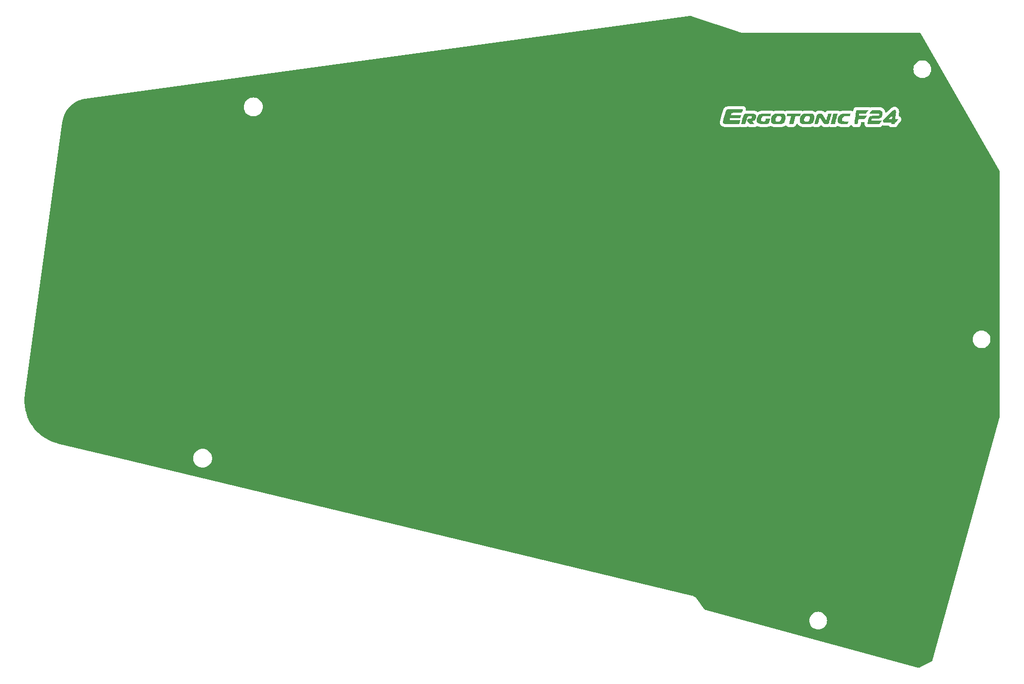
<source format=gbr>
%TF.GenerationSoftware,KiCad,Pcbnew,(6.0.5)*%
%TF.CreationDate,2022-08-06T10:04:54+09:00*%
%TF.ProjectId,ergotonic_f24_bottom,6572676f-746f-46e6-9963-5f6632345f62,rev?*%
%TF.SameCoordinates,Original*%
%TF.FileFunction,Copper,L1,Top*%
%TF.FilePolarity,Positive*%
%FSLAX46Y46*%
G04 Gerber Fmt 4.6, Leading zero omitted, Abs format (unit mm)*
G04 Created by KiCad (PCBNEW (6.0.5)) date 2022-08-06 10:04:54*
%MOMM*%
%LPD*%
G01*
G04 APERTURE LIST*
G04 APERTURE END LIST*
%TO.C,G\u002A\u002A\u002A*%
G36*
X-25906505Y-17909513D02*
G01*
X-25878838Y-17909768D01*
X-24858633Y-17919566D01*
X-25081566Y-18223261D01*
X-25304499Y-18526957D01*
X-25874134Y-18526957D01*
X-26097326Y-18528138D01*
X-26256340Y-18532239D01*
X-26360591Y-18540097D01*
X-26419495Y-18552548D01*
X-26442468Y-18570429D01*
X-26443768Y-18577573D01*
X-26450690Y-18648390D01*
X-26466613Y-18742415D01*
X-26489459Y-18856640D01*
X-25790067Y-18866654D01*
X-25090676Y-18876667D01*
X-25297481Y-19161957D01*
X-25504285Y-19447247D01*
X-26026763Y-19447247D01*
X-26234393Y-19448100D01*
X-26379854Y-19451568D01*
X-26474591Y-19459015D01*
X-26530049Y-19471807D01*
X-26557672Y-19491307D01*
X-26567150Y-19511667D01*
X-26578975Y-19574122D01*
X-26596490Y-19690808D01*
X-26616970Y-19842812D01*
X-26630801Y-19953406D01*
X-26676543Y-20330725D01*
X-26965083Y-20330725D01*
X-27124258Y-20326602D01*
X-27217857Y-20313426D01*
X-27253508Y-20289982D01*
X-27254358Y-20284711D01*
X-27249820Y-20225212D01*
X-27236360Y-20106469D01*
X-27215472Y-19939135D01*
X-27188650Y-19733861D01*
X-27157388Y-19501299D01*
X-27123179Y-19252100D01*
X-27087518Y-18996916D01*
X-27051898Y-18746399D01*
X-27017814Y-18511200D01*
X-26986758Y-18301971D01*
X-26960226Y-18129364D01*
X-26939710Y-18004030D01*
X-26926704Y-17936621D01*
X-26923868Y-17928174D01*
X-26881958Y-17921157D01*
X-26776099Y-17915476D01*
X-26615959Y-17911301D01*
X-26411203Y-17908802D01*
X-26171496Y-17908149D01*
X-25906505Y-17909513D01*
G37*
G36*
X-22077036Y-19298803D02*
G01*
X-21922390Y-19146789D01*
X-21746442Y-18976720D01*
X-21557504Y-18796444D01*
X-21363885Y-18613812D01*
X-21173894Y-18436672D01*
X-20995842Y-18272876D01*
X-20838037Y-18130273D01*
X-20708790Y-18016712D01*
X-20616411Y-17940043D01*
X-20576659Y-17911667D01*
X-20442674Y-17868800D01*
X-20312895Y-17885652D01*
X-20224043Y-17944913D01*
X-20186664Y-17997834D01*
X-20162807Y-18068446D01*
X-20152462Y-18166665D01*
X-20155620Y-18302408D01*
X-20172273Y-18485592D01*
X-20202410Y-18726133D01*
X-20223185Y-18875606D01*
X-20249482Y-19062582D01*
X-20271575Y-19223140D01*
X-20287587Y-19343369D01*
X-20295640Y-19409359D01*
X-20296232Y-19416964D01*
X-20262529Y-19431707D01*
X-20173826Y-19445088D01*
X-20048737Y-19454375D01*
X-20038243Y-19454837D01*
X-19780255Y-19465653D01*
X-19975685Y-19741740D01*
X-20092238Y-19895586D01*
X-20182713Y-19989353D01*
X-20253188Y-20029190D01*
X-20261283Y-20030741D01*
X-20352670Y-20063454D01*
X-20397024Y-20137785D01*
X-20406103Y-20229493D01*
X-20406667Y-20330725D01*
X-20958841Y-20330725D01*
X-20958841Y-20036232D01*
X-22241903Y-20036232D01*
X-22318198Y-19939239D01*
X-22382539Y-19820802D01*
X-22383431Y-19698042D01*
X-22330073Y-19568011D01*
X-22289187Y-19517264D01*
X-22221040Y-19445019D01*
X-21455797Y-19445019D01*
X-20859875Y-19447247D01*
X-20817357Y-19146591D01*
X-20798864Y-19007569D01*
X-20786811Y-18900353D01*
X-20783094Y-18842558D01*
X-20784014Y-18837341D01*
X-20812767Y-18857543D01*
X-20884535Y-18918904D01*
X-20988734Y-19012112D01*
X-21114777Y-19127854D01*
X-21124493Y-19136883D01*
X-21455797Y-19445019D01*
X-22221040Y-19445019D01*
X-22202072Y-19424911D01*
X-22077036Y-19298803D01*
G37*
G36*
X-47221973Y-17754559D02*
G01*
X-46949105Y-17756395D01*
X-46709371Y-17759267D01*
X-46511157Y-17763022D01*
X-46362851Y-17767509D01*
X-46272838Y-17772573D01*
X-46248406Y-17777094D01*
X-46257520Y-17821100D01*
X-46281745Y-17917596D01*
X-46316405Y-18048157D01*
X-46327804Y-18089992D01*
X-46407203Y-18379711D01*
X-47260795Y-18379711D01*
X-47548990Y-18380085D01*
X-47772382Y-18382686D01*
X-47939793Y-18389731D01*
X-48060043Y-18403438D01*
X-48141952Y-18426025D01*
X-48194341Y-18459708D01*
X-48226031Y-18506705D01*
X-48245843Y-18569234D01*
X-48258802Y-18630604D01*
X-48282246Y-18747826D01*
X-47412573Y-18747826D01*
X-47168366Y-18748941D01*
X-46950668Y-18752072D01*
X-46769615Y-18756895D01*
X-46635346Y-18763090D01*
X-46557996Y-18770335D01*
X-46543042Y-18775435D01*
X-46552477Y-18822543D01*
X-46577052Y-18919261D01*
X-46610795Y-19042319D01*
X-46678405Y-19281595D01*
X-48450849Y-19301295D01*
X-48475388Y-19446543D01*
X-48485594Y-19548350D01*
X-48480353Y-19620135D01*
X-48476342Y-19629954D01*
X-48430827Y-19643506D01*
X-48314715Y-19654226D01*
X-48130982Y-19661986D01*
X-47882604Y-19666657D01*
X-47592624Y-19668116D01*
X-46732491Y-19668116D01*
X-46815094Y-19971812D01*
X-46897696Y-20275508D01*
X-48165152Y-20283856D01*
X-48560643Y-20285385D01*
X-48884586Y-20284250D01*
X-49139007Y-20280403D01*
X-49325936Y-20273793D01*
X-49447401Y-20264374D01*
X-49505428Y-20252096D01*
X-49506232Y-20251671D01*
X-49621939Y-20155283D01*
X-49669793Y-20031502D01*
X-49671127Y-20001588D01*
X-49660873Y-19929948D01*
X-49632925Y-19800707D01*
X-49590571Y-19625753D01*
X-49537100Y-19416969D01*
X-49475797Y-19186242D01*
X-49409950Y-18945456D01*
X-49342847Y-18706498D01*
X-49277776Y-18481253D01*
X-49218022Y-18281607D01*
X-49166875Y-18119444D01*
X-49127621Y-18006650D01*
X-49106007Y-17958388D01*
X-49069173Y-17906848D01*
X-49027883Y-17864767D01*
X-48974721Y-17831190D01*
X-48902273Y-17805159D01*
X-48803123Y-17785720D01*
X-48669857Y-17771917D01*
X-48495058Y-17762794D01*
X-48271312Y-17757396D01*
X-47991203Y-17754765D01*
X-47647317Y-17753948D01*
X-47519588Y-17753913D01*
X-47221973Y-17754559D01*
G37*
G36*
X-44627731Y-18532629D02*
G01*
X-44443214Y-18541152D01*
X-44304360Y-18557481D01*
X-44201884Y-18582972D01*
X-44126495Y-18618981D01*
X-44068907Y-18666863D01*
X-44041685Y-18698459D01*
X-43982683Y-18828410D01*
X-43967643Y-19002215D01*
X-43996547Y-19204686D01*
X-44042430Y-19354038D01*
X-44144932Y-19548011D01*
X-44285971Y-19680292D01*
X-44469413Y-19754139D01*
X-44530234Y-19764971D01*
X-44701169Y-19788401D01*
X-44477083Y-20041157D01*
X-44252998Y-20293913D01*
X-45064580Y-20293913D01*
X-45287669Y-20027029D01*
X-45403433Y-19881318D01*
X-45473754Y-19772796D01*
X-45506533Y-19687910D01*
X-45511466Y-19643179D01*
X-45480882Y-19517240D01*
X-45388880Y-19429781D01*
X-45237707Y-19382315D01*
X-45110473Y-19373624D01*
X-44931591Y-19357198D01*
X-44810758Y-19304595D01*
X-44739336Y-19210831D01*
X-44719705Y-19148110D01*
X-44710652Y-19072256D01*
X-44730065Y-19021274D01*
X-44788572Y-18990356D01*
X-44896800Y-18974695D01*
X-45065375Y-18969487D01*
X-45115154Y-18969260D01*
X-45275131Y-18971268D01*
X-45376811Y-18979804D01*
X-45435422Y-18997615D01*
X-45466193Y-19027445D01*
X-45469344Y-19033116D01*
X-45489636Y-19089125D01*
X-45524502Y-19203031D01*
X-45570069Y-19361457D01*
X-45622461Y-19551027D01*
X-45661289Y-19695725D01*
X-45819850Y-20293913D01*
X-46181374Y-20293913D01*
X-46334389Y-20291533D01*
X-46455321Y-20285123D01*
X-46528447Y-20275778D01*
X-46542899Y-20268746D01*
X-46533717Y-20227245D01*
X-46508045Y-20125459D01*
X-46468692Y-19974152D01*
X-46418467Y-19784088D01*
X-46360177Y-19566031D01*
X-46338771Y-19486499D01*
X-46264014Y-19214719D01*
X-46202853Y-19005999D01*
X-46152277Y-18851676D01*
X-46109271Y-18743085D01*
X-46070824Y-18671563D01*
X-46043521Y-18637392D01*
X-46011653Y-18606918D01*
X-45977700Y-18583886D01*
X-45931355Y-18567070D01*
X-45862309Y-18555243D01*
X-45760255Y-18547180D01*
X-45614885Y-18541652D01*
X-45415890Y-18537435D01*
X-45170910Y-18533573D01*
X-44867200Y-18530554D01*
X-44627731Y-18532629D01*
G37*
G36*
X-27969120Y-18656329D02*
G01*
X-27993577Y-18783579D01*
X-28019443Y-18870569D01*
X-28059839Y-18924940D01*
X-28127887Y-18954334D01*
X-28236710Y-18966393D01*
X-28399429Y-18968760D01*
X-28505489Y-18968696D01*
X-28762969Y-18974122D01*
X-28958133Y-18994206D01*
X-29101741Y-19034661D01*
X-29204554Y-19101197D01*
X-29277333Y-19199528D01*
X-29330838Y-19335363D01*
X-29353665Y-19418883D01*
X-29380878Y-19563011D01*
X-29376374Y-19671973D01*
X-29333008Y-19750420D01*
X-29243635Y-19802999D01*
X-29101108Y-19834359D01*
X-28898283Y-19849149D01*
X-28687636Y-19852174D01*
X-28255243Y-19852174D01*
X-28314422Y-20073044D01*
X-28373601Y-20293913D01*
X-28963975Y-20291451D01*
X-29258617Y-20286249D01*
X-29489520Y-20273529D01*
X-29652950Y-20253551D01*
X-29713785Y-20239235D01*
X-29899209Y-20155540D01*
X-30026198Y-20034577D01*
X-30099748Y-19869029D01*
X-30124853Y-19651579D01*
X-30124928Y-19637010D01*
X-30106360Y-19421550D01*
X-30055702Y-19202937D01*
X-29980518Y-19005042D01*
X-29888376Y-18851740D01*
X-29868751Y-18828720D01*
X-29780340Y-18740745D01*
X-29688781Y-18672699D01*
X-29583040Y-18621852D01*
X-29452082Y-18585472D01*
X-29284872Y-18560827D01*
X-29070376Y-18545186D01*
X-28797559Y-18535817D01*
X-28675338Y-18533316D01*
X-27943575Y-18520160D01*
X-27969120Y-18656329D01*
G37*
G36*
X-32954229Y-18497527D02*
G01*
X-32831353Y-18533303D01*
X-32767373Y-18587469D01*
X-32673474Y-18703567D01*
X-32552617Y-18877656D01*
X-32437370Y-19057868D01*
X-32306775Y-19267122D01*
X-32209219Y-19420279D01*
X-32139329Y-19524048D01*
X-32091731Y-19585138D01*
X-32061049Y-19610257D01*
X-32041909Y-19606116D01*
X-32028936Y-19579423D01*
X-32026316Y-19570989D01*
X-32005166Y-19496851D01*
X-31970161Y-19371089D01*
X-31926636Y-19213161D01*
X-31879925Y-19042521D01*
X-31835359Y-18878627D01*
X-31798274Y-18740933D01*
X-31782995Y-18683406D01*
X-31741800Y-18526957D01*
X-31448726Y-18526957D01*
X-31312342Y-18530150D01*
X-31209790Y-18538631D01*
X-31158523Y-18550757D01*
X-31155736Y-18554566D01*
X-31165392Y-18606183D01*
X-31191849Y-18715462D01*
X-31231507Y-18869327D01*
X-31280767Y-19054699D01*
X-31336028Y-19258499D01*
X-31393691Y-19467652D01*
X-31450155Y-19669079D01*
X-31501822Y-19849702D01*
X-31545090Y-19996443D01*
X-31576361Y-20096225D01*
X-31590383Y-20133571D01*
X-31672276Y-20217448D01*
X-31804753Y-20281370D01*
X-31966499Y-20321226D01*
X-32136202Y-20332908D01*
X-32292546Y-20312306D01*
X-32369153Y-20283720D01*
X-32422497Y-20235109D01*
X-32505378Y-20132376D01*
X-32610646Y-19985229D01*
X-32731152Y-19803376D01*
X-32781849Y-19723364D01*
X-32891502Y-19550624D01*
X-32989306Y-19401187D01*
X-33068035Y-19285728D01*
X-33120468Y-19214922D01*
X-33137584Y-19197666D01*
X-33161536Y-19225401D01*
X-33196585Y-19309107D01*
X-33236609Y-19433177D01*
X-33252925Y-19491680D01*
X-33301260Y-19672269D01*
X-33352345Y-19862597D01*
X-33395808Y-20024025D01*
X-33399104Y-20036232D01*
X-33463729Y-20275508D01*
X-33766717Y-20286247D01*
X-33915217Y-20290161D01*
X-34003709Y-20287179D01*
X-34045686Y-20274677D01*
X-34054640Y-20250031D01*
X-34050575Y-20231030D01*
X-34035603Y-20176355D01*
X-34005031Y-20062444D01*
X-33962047Y-19901246D01*
X-33909836Y-19704713D01*
X-33851583Y-19484794D01*
X-33841653Y-19447247D01*
X-33780573Y-19224003D01*
X-33721434Y-19021993D01*
X-33668082Y-18853295D01*
X-33624365Y-18729993D01*
X-33594130Y-18664165D01*
X-33590930Y-18659920D01*
X-33474427Y-18574389D01*
X-33312885Y-18516048D01*
X-33131190Y-18489045D01*
X-32954229Y-18497527D01*
G37*
G36*
X-36449480Y-18746691D02*
G01*
X-36508355Y-18966425D01*
X-36911964Y-18976764D01*
X-37315573Y-18987102D01*
X-37488274Y-19631305D01*
X-37660976Y-20275508D01*
X-38032649Y-20285981D01*
X-38404322Y-20296453D01*
X-38353242Y-20120328D01*
X-38324396Y-20017552D01*
X-38282320Y-19863426D01*
X-38232396Y-19677832D01*
X-38180001Y-19480652D01*
X-38173617Y-19456450D01*
X-38045073Y-18968696D01*
X-38841568Y-18968696D01*
X-38782389Y-18747826D01*
X-38723210Y-18526957D01*
X-36390606Y-18526957D01*
X-36449480Y-18746691D01*
G37*
G36*
X-41370359Y-19120986D02*
G01*
X-41263764Y-18900078D01*
X-41154777Y-18761322D01*
X-41059010Y-18675780D01*
X-40958219Y-18612218D01*
X-40838727Y-18566791D01*
X-40686861Y-18535657D01*
X-40488946Y-18514972D01*
X-40231307Y-18500895D01*
X-40227560Y-18500740D01*
X-39873906Y-18496653D01*
X-39585602Y-18517806D01*
X-39358012Y-18566584D01*
X-39186501Y-18645372D01*
X-39066433Y-18756557D01*
X-38993173Y-18902521D01*
X-38962083Y-19085651D01*
X-38960285Y-19152754D01*
X-38985528Y-19458884D01*
X-39057904Y-19727460D01*
X-39173591Y-19951609D01*
X-39328767Y-20124460D01*
X-39519612Y-20239140D01*
X-39575298Y-20258793D01*
X-39697807Y-20283028D01*
X-39874461Y-20301106D01*
X-40086147Y-20312792D01*
X-40313754Y-20317852D01*
X-40538168Y-20316051D01*
X-40740276Y-20307154D01*
X-40900965Y-20290926D01*
X-40975381Y-20275992D01*
X-41181338Y-20202544D01*
X-41323522Y-20109468D01*
X-41411388Y-19984726D01*
X-41454394Y-19816280D01*
X-41462899Y-19655416D01*
X-41457591Y-19594567D01*
X-40716162Y-19594567D01*
X-40689014Y-19734821D01*
X-40610970Y-19829178D01*
X-40567811Y-19851917D01*
X-40438935Y-19879956D01*
X-40275621Y-19884159D01*
X-40112720Y-19865574D01*
X-40006138Y-19835012D01*
X-39889834Y-19748503D01*
X-39795853Y-19601085D01*
X-39730137Y-19403627D01*
X-39710300Y-19293703D01*
X-39709068Y-19143454D01*
X-39757553Y-19039004D01*
X-39861942Y-18973922D01*
X-40028423Y-18941773D01*
X-40050564Y-18939988D01*
X-40267407Y-18943370D01*
X-40431181Y-18991551D01*
X-40549877Y-19088191D01*
X-40616095Y-19199089D01*
X-40691996Y-19414096D01*
X-40716162Y-19594567D01*
X-41457591Y-19594567D01*
X-41438755Y-19378621D01*
X-41370359Y-19120986D01*
G37*
G36*
X-30177441Y-18535664D02*
G01*
X-30119745Y-18547025D01*
X-30105248Y-18567086D01*
X-30106446Y-18571691D01*
X-30120862Y-18620273D01*
X-30150442Y-18725993D01*
X-30191937Y-18876803D01*
X-30242096Y-19060655D01*
X-30297671Y-19265500D01*
X-30355412Y-19479291D01*
X-30412069Y-19689979D01*
X-30464393Y-19885516D01*
X-30509134Y-20053853D01*
X-30543042Y-20182942D01*
X-30562869Y-20260735D01*
X-30566667Y-20278024D01*
X-30600882Y-20284688D01*
X-30693148Y-20289977D01*
X-30827895Y-20293220D01*
X-30935484Y-20293913D01*
X-31304301Y-20293913D01*
X-31281034Y-20201209D01*
X-31264814Y-20139192D01*
X-31232544Y-20017915D01*
X-31187388Y-19849191D01*
X-31132509Y-19644830D01*
X-31071071Y-19416644D01*
X-31046876Y-19326933D01*
X-30835986Y-18545363D01*
X-30462715Y-18534879D01*
X-30288407Y-18531963D01*
X-30177441Y-18535664D01*
G37*
G36*
X-41494476Y-18742727D02*
G01*
X-41552184Y-18964223D01*
X-42210063Y-18975662D01*
X-42867943Y-18987102D01*
X-42970447Y-19101916D01*
X-43046977Y-19220787D01*
X-43107238Y-19374457D01*
X-43142669Y-19533408D01*
X-43144703Y-19668124D01*
X-43140626Y-19688474D01*
X-43090869Y-19772503D01*
X-42987676Y-19825403D01*
X-42824516Y-19849796D01*
X-42733132Y-19852174D01*
X-42594933Y-19843546D01*
X-42504014Y-19808298D01*
X-42444646Y-19732390D01*
X-42401103Y-19601780D01*
X-42387337Y-19543435D01*
X-42341097Y-19336812D01*
X-41975621Y-19336812D01*
X-41821694Y-19338286D01*
X-41699767Y-19342258D01*
X-41625481Y-19348055D01*
X-41610145Y-19352561D01*
X-41620316Y-19407525D01*
X-41647007Y-19512889D01*
X-41684483Y-19648870D01*
X-41727010Y-19795691D01*
X-41768855Y-19933570D01*
X-41804283Y-20042726D01*
X-41827561Y-20103380D01*
X-41828090Y-20104391D01*
X-41872087Y-20169287D01*
X-41931902Y-20217755D01*
X-42017831Y-20251994D01*
X-42140171Y-20274206D01*
X-42309218Y-20286590D01*
X-42535268Y-20291346D01*
X-42703462Y-20291451D01*
X-43012009Y-20286362D01*
X-43250399Y-20273882D01*
X-43417425Y-20254092D01*
X-43481321Y-20239235D01*
X-43666745Y-20155540D01*
X-43793734Y-20034577D01*
X-43867284Y-19869029D01*
X-43892389Y-19651579D01*
X-43892464Y-19637010D01*
X-43873896Y-19421550D01*
X-43823238Y-19202937D01*
X-43748054Y-19005042D01*
X-43655913Y-18851740D01*
X-43636287Y-18828720D01*
X-43532822Y-18738438D01*
X-43402458Y-18653305D01*
X-43349802Y-18626256D01*
X-43288990Y-18600340D01*
X-43225896Y-18580359D01*
X-43149839Y-18565363D01*
X-43050139Y-18554402D01*
X-42916114Y-18546523D01*
X-42737085Y-18540775D01*
X-42502371Y-18536209D01*
X-42305704Y-18533296D01*
X-41436769Y-18521230D01*
X-41494476Y-18742727D01*
G37*
G36*
X-23349657Y-17901905D02*
G01*
X-23170726Y-17904530D01*
X-23039936Y-17910519D01*
X-22944548Y-17921141D01*
X-22871821Y-17937671D01*
X-22809017Y-17961380D01*
X-22762048Y-17983986D01*
X-22611591Y-18085919D01*
X-22516269Y-18217433D01*
X-22469183Y-18391304D01*
X-22461203Y-18541142D01*
X-22490039Y-18806065D01*
X-22573558Y-19022047D01*
X-22712288Y-19190027D01*
X-22891449Y-19304048D01*
X-22960102Y-19330626D01*
X-23041316Y-19349487D01*
X-23148527Y-19361883D01*
X-23295172Y-19369065D01*
X-23494685Y-19372283D01*
X-23629848Y-19372815D01*
X-23871761Y-19374393D01*
X-24050429Y-19380385D01*
X-24176218Y-19393815D01*
X-24259494Y-19417703D01*
X-24310623Y-19455075D01*
X-24339970Y-19508952D01*
X-24357901Y-19582357D01*
X-24358444Y-19585290D01*
X-24380478Y-19704928D01*
X-22580364Y-19704928D01*
X-22807898Y-20017826D01*
X-23035432Y-20330725D01*
X-25008116Y-20330725D01*
X-25007442Y-20247899D01*
X-25001436Y-20163892D01*
X-24986260Y-20031920D01*
X-24964869Y-19872068D01*
X-24940220Y-19704418D01*
X-24915270Y-19549056D01*
X-24892974Y-19426063D01*
X-24876289Y-19355525D01*
X-24875924Y-19354477D01*
X-24791378Y-19201999D01*
X-24662009Y-19062533D01*
X-24515433Y-18965498D01*
X-24446841Y-18939069D01*
X-24367011Y-18920182D01*
X-24262696Y-18907626D01*
X-24120648Y-18900191D01*
X-23927620Y-18896669D01*
X-23753024Y-18895881D01*
X-23524419Y-18894818D01*
X-23358026Y-18891553D01*
X-23242441Y-18884931D01*
X-23166261Y-18873794D01*
X-23118081Y-18856988D01*
X-23086499Y-18833355D01*
X-23081213Y-18827754D01*
X-23028076Y-18728450D01*
X-23030594Y-18626778D01*
X-23064464Y-18571131D01*
X-23106400Y-18555011D01*
X-23199408Y-18542819D01*
X-23348814Y-18534276D01*
X-23559945Y-18529105D01*
X-23838125Y-18527027D01*
X-23910290Y-18526957D01*
X-24711943Y-18526957D01*
X-24482711Y-18214270D01*
X-24253478Y-17901583D01*
X-23589467Y-17901371D01*
X-23349657Y-17901905D01*
G37*
G36*
X-36474417Y-19120986D02*
G01*
X-36367822Y-18900078D01*
X-36258835Y-18761322D01*
X-36163068Y-18675780D01*
X-36062277Y-18612218D01*
X-35942785Y-18566791D01*
X-35790919Y-18535657D01*
X-35593004Y-18514972D01*
X-35335365Y-18500895D01*
X-35331618Y-18500740D01*
X-34977964Y-18496653D01*
X-34689660Y-18517806D01*
X-34462070Y-18566584D01*
X-34290559Y-18645372D01*
X-34170491Y-18756557D01*
X-34097231Y-18902521D01*
X-34066141Y-19085651D01*
X-34064343Y-19152754D01*
X-34089586Y-19458884D01*
X-34161962Y-19727460D01*
X-34277649Y-19951609D01*
X-34432825Y-20124460D01*
X-34623670Y-20239140D01*
X-34679356Y-20258793D01*
X-34801865Y-20283028D01*
X-34978519Y-20301106D01*
X-35190205Y-20312792D01*
X-35417812Y-20317852D01*
X-35642226Y-20316051D01*
X-35844334Y-20307154D01*
X-36005023Y-20290926D01*
X-36079439Y-20275992D01*
X-36285396Y-20202544D01*
X-36427580Y-20109468D01*
X-36515446Y-19984726D01*
X-36558452Y-19816280D01*
X-36566957Y-19655416D01*
X-36561649Y-19594567D01*
X-35820220Y-19594567D01*
X-35793072Y-19734821D01*
X-35715028Y-19829178D01*
X-35671869Y-19851917D01*
X-35542993Y-19879956D01*
X-35379679Y-19884159D01*
X-35216778Y-19865574D01*
X-35110196Y-19835012D01*
X-34993891Y-19748503D01*
X-34899911Y-19601085D01*
X-34834195Y-19403627D01*
X-34814358Y-19293703D01*
X-34813126Y-19143454D01*
X-34861611Y-19039004D01*
X-34966000Y-18973922D01*
X-35132481Y-18941773D01*
X-35154622Y-18939988D01*
X-35371465Y-18943370D01*
X-35535239Y-18991551D01*
X-35653935Y-19088191D01*
X-35720153Y-19199089D01*
X-35796054Y-19414096D01*
X-35820220Y-19594567D01*
X-36561649Y-19594567D01*
X-36542813Y-19378621D01*
X-36474417Y-19120986D01*
G37*
%TD*%
%TA.AperFunction,NonConductor*%
G36*
X-55132031Y-1869625D02*
G01*
X-55110420Y-1871214D01*
X-55095388Y-1872320D01*
X-55082772Y-1873891D01*
X-55046555Y-1880271D01*
X-55034139Y-1883112D01*
X-54983083Y-1897545D01*
X-54976989Y-1899435D01*
X-46994340Y-4599416D01*
X-46988210Y-4601668D01*
X-46987387Y-4601995D01*
X-46983013Y-4604136D01*
X-46952812Y-4613503D01*
X-46949839Y-4614468D01*
X-46927123Y-4622152D01*
X-46927108Y-4622156D01*
X-46922874Y-4623588D01*
X-46920987Y-4623939D01*
X-46908275Y-4628143D01*
X-46899989Y-4631489D01*
X-46886874Y-4634551D01*
X-46883493Y-4635340D01*
X-46874807Y-4637698D01*
X-46865865Y-4640472D01*
X-46865852Y-4640475D01*
X-46861574Y-4641802D01*
X-46847688Y-4644021D01*
X-46838963Y-4645735D01*
X-46792167Y-4656661D01*
X-46784560Y-4658690D01*
X-46765557Y-4664404D01*
X-46760734Y-4665072D01*
X-46760724Y-4665074D01*
X-46755164Y-4665844D01*
X-46743808Y-4667951D01*
X-46740970Y-4668613D01*
X-46740965Y-4668614D01*
X-46736600Y-4669633D01*
X-46732140Y-4670023D01*
X-46732137Y-4670023D01*
X-46720823Y-4671011D01*
X-46715974Y-4671434D01*
X-46709660Y-4672146D01*
X-46655915Y-4679590D01*
X-46648130Y-4680919D01*
X-46628714Y-4684862D01*
X-46623850Y-4685085D01*
X-46623846Y-4685086D01*
X-46620010Y-4685262D01*
X-46618239Y-4685343D01*
X-46606733Y-4686402D01*
X-46605538Y-4686567D01*
X-46603830Y-4686804D01*
X-46603826Y-4686804D01*
X-46599402Y-4687417D01*
X-46594937Y-4687396D01*
X-46594929Y-4687397D01*
X-46578670Y-4687322D01*
X-46572311Y-4687454D01*
X-46532298Y-4689292D01*
X-46518705Y-4690658D01*
X-46518588Y-4690676D01*
X-46518574Y-4690677D01*
X-46513758Y-4691427D01*
X-46488707Y-4691427D01*
X-46482924Y-4691560D01*
X-46461005Y-4692567D01*
X-46455251Y-4692011D01*
X-46443132Y-4691427D01*
X-16287536Y-4691427D01*
X-16283327Y-4691497D01*
X-16281441Y-4691560D01*
X-16253352Y-4692499D01*
X-16242897Y-4693285D01*
X-16201586Y-4698126D01*
X-16189255Y-4700196D01*
X-16154237Y-4707877D01*
X-16142272Y-4711126D01*
X-16108330Y-4722163D01*
X-16096807Y-4726545D01*
X-16064147Y-4740831D01*
X-16053153Y-4746294D01*
X-16022081Y-4763671D01*
X-16011663Y-4770184D01*
X-15982409Y-4790520D01*
X-15972662Y-4798026D01*
X-15945495Y-4821153D01*
X-15936490Y-4829616D01*
X-15911645Y-4855377D01*
X-15903447Y-4864766D01*
X-15881078Y-4893100D01*
X-15873802Y-4903327D01*
X-15853661Y-4934854D01*
X-15845407Y-4947775D01*
X-15842148Y-4953170D01*
X-2575650Y-28207337D01*
X-2574642Y-28209137D01*
X-2571376Y-28215086D01*
X-2567678Y-28222374D01*
X-2548271Y-28263898D01*
X-2543638Y-28275211D01*
X-2531833Y-28308580D01*
X-2528327Y-28320263D01*
X-2519824Y-28354552D01*
X-2517461Y-28366545D01*
X-2512316Y-28401528D01*
X-2511125Y-28413722D01*
X-2508636Y-28464735D01*
X-2508486Y-28470875D01*
X-2508486Y-70096775D01*
X-2508597Y-70102058D01*
X-2510383Y-70144617D01*
X-2511335Y-70155668D01*
X-2515859Y-70190272D01*
X-2517894Y-70201708D01*
X-2528546Y-70248851D01*
X-2529955Y-70254480D01*
X-4042844Y-75757085D01*
X-13924543Y-111698297D01*
X-13926483Y-111704684D01*
X-13944035Y-111757421D01*
X-13948890Y-111769791D01*
X-13964714Y-111804587D01*
X-13970804Y-111816306D01*
X-13990091Y-111849098D01*
X-13997336Y-111860064D01*
X-14019894Y-111890614D01*
X-14028230Y-111900752D01*
X-14053843Y-111928789D01*
X-14063199Y-111938015D01*
X-14089951Y-111961774D01*
X-14091645Y-111963278D01*
X-14101952Y-111971507D01*
X-14133038Y-111993762D01*
X-14144213Y-112000903D01*
X-14192646Y-112028363D01*
X-14198490Y-112031475D01*
X-16086465Y-112973636D01*
X-16091647Y-112976076D01*
X-16121539Y-112989320D01*
X-16135638Y-112995567D01*
X-16146360Y-112999743D01*
X-16177786Y-113010357D01*
X-16188789Y-113013524D01*
X-16220939Y-113021215D01*
X-16232148Y-113023365D01*
X-16264819Y-113028107D01*
X-16276151Y-113029231D01*
X-16309124Y-113031001D01*
X-16320529Y-113031096D01*
X-16353572Y-113029874D01*
X-16364955Y-113028933D01*
X-16397915Y-113024694D01*
X-16409212Y-113022712D01*
X-16456163Y-113012249D01*
X-16461748Y-113010869D01*
X-45993330Y-104992094D01*
X-34933489Y-104992094D01*
X-34914859Y-105228805D01*
X-34913705Y-105233612D01*
X-34913704Y-105233618D01*
X-34883723Y-105358495D01*
X-34859429Y-105459688D01*
X-34768564Y-105679057D01*
X-34765978Y-105683277D01*
X-34647083Y-105877296D01*
X-34647079Y-105877302D01*
X-34644500Y-105881510D01*
X-34490293Y-106062063D01*
X-34309740Y-106216270D01*
X-34305532Y-106218849D01*
X-34305526Y-106218853D01*
X-34111507Y-106337748D01*
X-34107287Y-106340334D01*
X-34102717Y-106342227D01*
X-34102713Y-106342229D01*
X-33892491Y-106429305D01*
X-33887918Y-106431199D01*
X-33807715Y-106450454D01*
X-33661848Y-106485474D01*
X-33661842Y-106485475D01*
X-33657035Y-106486629D01*
X-33420324Y-106505259D01*
X-33183613Y-106486629D01*
X-33178806Y-106485475D01*
X-33178800Y-106485474D01*
X-33032933Y-106450454D01*
X-32952730Y-106431199D01*
X-32948157Y-106429305D01*
X-32737935Y-106342229D01*
X-32737931Y-106342227D01*
X-32733361Y-106340334D01*
X-32729141Y-106337748D01*
X-32535122Y-106218853D01*
X-32535116Y-106218849D01*
X-32530908Y-106216270D01*
X-32350355Y-106062063D01*
X-32196148Y-105881510D01*
X-32193569Y-105877302D01*
X-32193565Y-105877296D01*
X-32074670Y-105683277D01*
X-32072084Y-105679057D01*
X-31981219Y-105459688D01*
X-31956925Y-105358495D01*
X-31926944Y-105233618D01*
X-31926943Y-105233612D01*
X-31925789Y-105228805D01*
X-31907159Y-104992094D01*
X-31925789Y-104755383D01*
X-31933743Y-104722249D01*
X-31980064Y-104529312D01*
X-31981219Y-104524500D01*
X-32072084Y-104305131D01*
X-32153406Y-104172426D01*
X-32193565Y-104106892D01*
X-32193569Y-104106886D01*
X-32196148Y-104102678D01*
X-32350355Y-103922125D01*
X-32530908Y-103767918D01*
X-32535116Y-103765339D01*
X-32535122Y-103765335D01*
X-32729141Y-103646440D01*
X-32733361Y-103643854D01*
X-32737931Y-103641961D01*
X-32737935Y-103641959D01*
X-32948157Y-103554883D01*
X-32948159Y-103554882D01*
X-32952730Y-103552989D01*
X-33032933Y-103533734D01*
X-33178800Y-103498714D01*
X-33178806Y-103498713D01*
X-33183613Y-103497559D01*
X-33420324Y-103478929D01*
X-33657035Y-103497559D01*
X-33661842Y-103498713D01*
X-33661848Y-103498714D01*
X-33807715Y-103533734D01*
X-33887918Y-103552989D01*
X-33892489Y-103554882D01*
X-33892491Y-103554883D01*
X-34102713Y-103641959D01*
X-34102717Y-103641961D01*
X-34107287Y-103643854D01*
X-34111507Y-103646440D01*
X-34305526Y-103765335D01*
X-34305532Y-103765339D01*
X-34309740Y-103767918D01*
X-34490293Y-103922125D01*
X-34644500Y-104102678D01*
X-34647079Y-104106886D01*
X-34647083Y-104106892D01*
X-34687242Y-104172426D01*
X-34768564Y-104305131D01*
X-34859429Y-104524500D01*
X-34860584Y-104529312D01*
X-34906904Y-104722249D01*
X-34914859Y-104755383D01*
X-34933016Y-104986089D01*
X-34933489Y-104992094D01*
X-45993330Y-104992094D01*
X-52578410Y-103204033D01*
X-52580930Y-103203320D01*
X-52587667Y-103201335D01*
X-52592770Y-103199832D01*
X-52601640Y-103196857D01*
X-52647311Y-103179626D01*
X-52659516Y-103174267D01*
X-52693825Y-103156985D01*
X-52705359Y-103150391D01*
X-52737590Y-103129636D01*
X-52748352Y-103121875D01*
X-52778245Y-103097827D01*
X-52788143Y-103088965D01*
X-52815422Y-103061814D01*
X-52824356Y-103051925D01*
X-52859546Y-103008558D01*
X-52863606Y-103003272D01*
X-54084698Y-101323288D01*
X-54088033Y-101318425D01*
X-54090182Y-101314457D01*
X-54109916Y-101288542D01*
X-54111538Y-101286362D01*
X-54128886Y-101262494D01*
X-54128869Y-101262481D01*
X-54135052Y-101254120D01*
X-54137266Y-101250697D01*
X-54139910Y-101246608D01*
X-54149869Y-101235445D01*
X-54156093Y-101227898D01*
X-54160564Y-101222027D01*
X-54163285Y-101218453D01*
X-54174755Y-101207158D01*
X-54180348Y-101201281D01*
X-54230062Y-101145557D01*
X-54233630Y-101141376D01*
X-54250117Y-101121171D01*
X-54253738Y-101117918D01*
X-54254273Y-101117357D01*
X-54258004Y-101113613D01*
X-54258071Y-101113682D01*
X-54261282Y-101110561D01*
X-54264269Y-101107213D01*
X-54276527Y-101096886D01*
X-54285021Y-101089729D01*
X-54288015Y-101087125D01*
X-54350333Y-101031142D01*
X-54354383Y-101027338D01*
X-54369395Y-101012595D01*
X-54372867Y-101009185D01*
X-54376824Y-101006349D01*
X-54377196Y-101006036D01*
X-54381713Y-101002406D01*
X-54381767Y-101002475D01*
X-54385308Y-100999722D01*
X-54388641Y-100996728D01*
X-54411102Y-100981700D01*
X-54414413Y-100979406D01*
X-54482093Y-100930895D01*
X-54486582Y-100927524D01*
X-54492767Y-100922660D01*
X-54506905Y-100911540D01*
X-54511147Y-100909156D01*
X-54511422Y-100908972D01*
X-54516503Y-100905736D01*
X-54516547Y-100905808D01*
X-54520367Y-100903462D01*
X-54524009Y-100900852D01*
X-54547899Y-100888425D01*
X-54551484Y-100886486D01*
X-54624180Y-100845631D01*
X-54628984Y-100842789D01*
X-54646885Y-100831658D01*
X-54646889Y-100831656D01*
X-54651025Y-100829084D01*
X-54655508Y-100827179D01*
X-54656043Y-100826901D01*
X-54661068Y-100824431D01*
X-54661107Y-100824513D01*
X-54665158Y-100822601D01*
X-54669068Y-100820404D01*
X-54673248Y-100818784D01*
X-54673254Y-100818781D01*
X-54694282Y-100810631D01*
X-54697992Y-100809125D01*
X-54775367Y-100776243D01*
X-54780367Y-100773987D01*
X-54799578Y-100764812D01*
X-54799593Y-100764806D01*
X-54803974Y-100762714D01*
X-54808632Y-100761318D01*
X-54809615Y-100760939D01*
X-54814188Y-100759287D01*
X-54814222Y-100759386D01*
X-54818450Y-100757934D01*
X-54822581Y-100756179D01*
X-54848904Y-100749187D01*
X-54852719Y-100748109D01*
X-54917763Y-100728622D01*
X-54929503Y-100724462D01*
X-54936978Y-100721389D01*
X-54958394Y-100716248D01*
X-54965143Y-100714428D01*
X-54978943Y-100710293D01*
X-54978947Y-100710292D01*
X-54983243Y-100709005D01*
X-54991999Y-100707692D01*
X-55002721Y-100705605D01*
X-152524440Y-77292745D01*
X-139943990Y-77292745D01*
X-139924125Y-77545148D01*
X-139922971Y-77549955D01*
X-139922970Y-77549961D01*
X-139885337Y-77706713D01*
X-139865021Y-77791336D01*
X-139863128Y-77795907D01*
X-139863127Y-77795909D01*
X-139834885Y-77864090D01*
X-139768132Y-78025247D01*
X-139635844Y-78241121D01*
X-139471414Y-78433643D01*
X-139278892Y-78598073D01*
X-139063018Y-78730361D01*
X-139058448Y-78732254D01*
X-139058444Y-78732256D01*
X-138833680Y-78825356D01*
X-138829107Y-78827250D01*
X-138744484Y-78847566D01*
X-138587732Y-78885199D01*
X-138587726Y-78885200D01*
X-138582919Y-78886354D01*
X-138330516Y-78906219D01*
X-138078113Y-78886354D01*
X-138073306Y-78885200D01*
X-138073300Y-78885199D01*
X-137916548Y-78847566D01*
X-137831925Y-78827250D01*
X-137827352Y-78825356D01*
X-137602588Y-78732256D01*
X-137602584Y-78732254D01*
X-137598014Y-78730361D01*
X-137382140Y-78598073D01*
X-137189618Y-78433643D01*
X-137025188Y-78241121D01*
X-136892900Y-78025247D01*
X-136826146Y-77864090D01*
X-136797905Y-77795909D01*
X-136797904Y-77795907D01*
X-136796011Y-77791336D01*
X-136775695Y-77706713D01*
X-136738062Y-77549961D01*
X-136738061Y-77549955D01*
X-136736907Y-77545148D01*
X-136717042Y-77292745D01*
X-136736907Y-77040342D01*
X-136747313Y-76996995D01*
X-136794856Y-76798966D01*
X-136796011Y-76794154D01*
X-136801670Y-76780491D01*
X-136891005Y-76564817D01*
X-136891007Y-76564813D01*
X-136892900Y-76560243D01*
X-137025188Y-76344369D01*
X-137189618Y-76151847D01*
X-137382140Y-75987417D01*
X-137598014Y-75855129D01*
X-137602584Y-75853236D01*
X-137602588Y-75853234D01*
X-137827352Y-75760134D01*
X-137827354Y-75760133D01*
X-137831925Y-75758240D01*
X-137916548Y-75737924D01*
X-138073300Y-75700291D01*
X-138073306Y-75700290D01*
X-138078113Y-75699136D01*
X-138330516Y-75679271D01*
X-138582919Y-75699136D01*
X-138587726Y-75700290D01*
X-138587732Y-75700291D01*
X-138744484Y-75737924D01*
X-138829107Y-75758240D01*
X-138833678Y-75760133D01*
X-138833680Y-75760134D01*
X-139058444Y-75853234D01*
X-139058448Y-75853236D01*
X-139063018Y-75855129D01*
X-139278892Y-75987417D01*
X-139471414Y-76151847D01*
X-139635844Y-76344369D01*
X-139768132Y-76560243D01*
X-139770025Y-76564813D01*
X-139770027Y-76564817D01*
X-139859362Y-76780491D01*
X-139865021Y-76794154D01*
X-139866176Y-76798966D01*
X-139913718Y-76996995D01*
X-139924125Y-77040342D01*
X-139943990Y-77292745D01*
X-152524440Y-77292745D01*
X-162946651Y-74790597D01*
X-162949540Y-74789867D01*
X-163298611Y-74697279D01*
X-163304335Y-74695615D01*
X-163366926Y-74675801D01*
X-163638221Y-74589919D01*
X-163643809Y-74588003D01*
X-163875992Y-74502255D01*
X-163969497Y-74467722D01*
X-163975005Y-74465539D01*
X-164170111Y-74382866D01*
X-164292218Y-74331124D01*
X-164297572Y-74328706D01*
X-164606093Y-74180573D01*
X-164611289Y-74177928D01*
X-164910845Y-74016509D01*
X-164915920Y-74013620D01*
X-165206156Y-73839393D01*
X-165211043Y-73836304D01*
X-165491766Y-73649644D01*
X-165496509Y-73646330D01*
X-165767365Y-73447714D01*
X-165771929Y-73444204D01*
X-166032636Y-73234060D01*
X-166037017Y-73230362D01*
X-166287313Y-73009091D01*
X-166291504Y-73005213D01*
X-166531037Y-72773296D01*
X-166535034Y-72769247D01*
X-166763488Y-72527139D01*
X-166767288Y-72522925D01*
X-166984389Y-72271034D01*
X-166987989Y-72266662D01*
X-167193403Y-72005459D01*
X-167196798Y-72000937D01*
X-167390196Y-71730906D01*
X-167393384Y-71726237D01*
X-167574492Y-71447774D01*
X-167577469Y-71442965D01*
X-167745976Y-71156522D01*
X-167748736Y-71151578D01*
X-167904281Y-70857709D01*
X-167906822Y-70852635D01*
X-168006581Y-70641705D01*
X-168049153Y-70551690D01*
X-168051464Y-70546504D01*
X-168071495Y-70498673D01*
X-168174935Y-70251683D01*
X-168180256Y-70238978D01*
X-168182342Y-70233663D01*
X-168297294Y-69920008D01*
X-168299144Y-69914581D01*
X-168399956Y-69595240D01*
X-168401563Y-69589711D01*
X-168487933Y-69265147D01*
X-168489293Y-69259524D01*
X-168514222Y-69144904D01*
X-168560944Y-68930087D01*
X-168562043Y-68924402D01*
X-168618650Y-68590639D01*
X-168619493Y-68584855D01*
X-168660763Y-68247165D01*
X-168661340Y-68241321D01*
X-168686982Y-67900050D01*
X-168687286Y-67894157D01*
X-168696987Y-67549795D01*
X-168697015Y-67543870D01*
X-168690466Y-67196750D01*
X-168690213Y-67190810D01*
X-168687553Y-67150608D01*
X-168667098Y-66841383D01*
X-168666565Y-66835452D01*
X-168653393Y-66719759D01*
X-168625705Y-66476576D01*
X-168625337Y-66473652D01*
X-168612194Y-66378337D01*
X-167321630Y-57018427D01*
X-7099901Y-57018427D01*
X-7081271Y-57255138D01*
X-7080117Y-57259945D01*
X-7080116Y-57259951D01*
X-7050135Y-57384828D01*
X-7025841Y-57486021D01*
X-6934976Y-57705390D01*
X-6932390Y-57709610D01*
X-6813495Y-57903629D01*
X-6813491Y-57903635D01*
X-6810912Y-57907843D01*
X-6656705Y-58088396D01*
X-6476152Y-58242603D01*
X-6471944Y-58245182D01*
X-6471938Y-58245186D01*
X-6277919Y-58364081D01*
X-6273699Y-58366667D01*
X-6269129Y-58368560D01*
X-6269125Y-58368562D01*
X-6058903Y-58455638D01*
X-6054330Y-58457532D01*
X-5974127Y-58476787D01*
X-5828260Y-58511807D01*
X-5828254Y-58511808D01*
X-5823447Y-58512962D01*
X-5586736Y-58531592D01*
X-5350025Y-58512962D01*
X-5345218Y-58511808D01*
X-5345212Y-58511807D01*
X-5199345Y-58476787D01*
X-5119142Y-58457532D01*
X-5114569Y-58455638D01*
X-4904347Y-58368562D01*
X-4904343Y-58368560D01*
X-4899773Y-58366667D01*
X-4895553Y-58364081D01*
X-4701534Y-58245186D01*
X-4701528Y-58245182D01*
X-4697320Y-58242603D01*
X-4516767Y-58088396D01*
X-4362560Y-57907843D01*
X-4359981Y-57903635D01*
X-4359977Y-57903629D01*
X-4241082Y-57709610D01*
X-4238496Y-57705390D01*
X-4147631Y-57486021D01*
X-4123337Y-57384828D01*
X-4093356Y-57259951D01*
X-4093355Y-57259945D01*
X-4092201Y-57255138D01*
X-4073571Y-57018427D01*
X-4092201Y-56781716D01*
X-4100155Y-56748582D01*
X-4146476Y-56555645D01*
X-4147631Y-56550833D01*
X-4238496Y-56331464D01*
X-4241082Y-56327244D01*
X-4359977Y-56133225D01*
X-4359981Y-56133219D01*
X-4362560Y-56129011D01*
X-4516767Y-55948458D01*
X-4697320Y-55794251D01*
X-4701528Y-55791672D01*
X-4701534Y-55791668D01*
X-4895553Y-55672773D01*
X-4899773Y-55670187D01*
X-4904343Y-55668294D01*
X-4904347Y-55668292D01*
X-5114569Y-55581216D01*
X-5114571Y-55581215D01*
X-5119142Y-55579322D01*
X-5199345Y-55560067D01*
X-5345212Y-55525047D01*
X-5345218Y-55525046D01*
X-5350025Y-55523892D01*
X-5586736Y-55505262D01*
X-5823447Y-55523892D01*
X-5828254Y-55525046D01*
X-5828260Y-55525047D01*
X-5974127Y-55560067D01*
X-6054330Y-55579322D01*
X-6058901Y-55581215D01*
X-6058903Y-55581216D01*
X-6269125Y-55668292D01*
X-6269129Y-55668294D01*
X-6273699Y-55670187D01*
X-6277919Y-55672773D01*
X-6471938Y-55791668D01*
X-6471944Y-55791672D01*
X-6476152Y-55794251D01*
X-6656705Y-55948458D01*
X-6810912Y-56129011D01*
X-6813491Y-56133219D01*
X-6813495Y-56133225D01*
X-6932390Y-56327244D01*
X-6934976Y-56331464D01*
X-7025841Y-56550833D01*
X-7026996Y-56555645D01*
X-7073316Y-56748582D01*
X-7081271Y-56781716D01*
X-7099428Y-57012422D01*
X-7099901Y-57018427D01*
X-167321630Y-57018427D01*
X-165293479Y-42309111D01*
X-162226904Y-20068559D01*
X-50182183Y-20068559D01*
X-50180272Y-20077333D01*
X-50168557Y-20131127D01*
X-50167863Y-20134538D01*
X-50157751Y-20188035D01*
X-50155960Y-20197513D01*
X-50138557Y-20231662D01*
X-50137473Y-20233790D01*
X-50132215Y-20245562D01*
X-50123907Y-20267050D01*
X-50121116Y-20274270D01*
X-50117648Y-20287264D01*
X-50117447Y-20287203D01*
X-50114836Y-20295795D01*
X-50113470Y-20304663D01*
X-50109670Y-20312791D01*
X-50109670Y-20312792D01*
X-50091572Y-20351507D01*
X-50088193Y-20359432D01*
X-50086955Y-20362633D01*
X-50083063Y-20372701D01*
X-50080870Y-20376611D01*
X-50076942Y-20383615D01*
X-50072697Y-20391887D01*
X-50055589Y-20428484D01*
X-50055586Y-20428489D01*
X-50051787Y-20436615D01*
X-50045860Y-20443349D01*
X-50040943Y-20450862D01*
X-50040948Y-20450865D01*
X-50039705Y-20452620D01*
X-50039700Y-20452616D01*
X-50034246Y-20459740D01*
X-50029854Y-20467570D01*
X-50023442Y-20473852D01*
X-49994575Y-20502134D01*
X-49988174Y-20508887D01*
X-49981063Y-20516966D01*
X-49981059Y-20516970D01*
X-49977841Y-20520626D01*
X-49974098Y-20523744D01*
X-49974096Y-20523746D01*
X-49967441Y-20529290D01*
X-49959924Y-20536083D01*
X-49925809Y-20569506D01*
X-49917886Y-20573739D01*
X-49916134Y-20575024D01*
X-49897380Y-20587653D01*
X-49889146Y-20594512D01*
X-49887667Y-20595744D01*
X-49879432Y-20603245D01*
X-49874256Y-20608397D01*
X-49870252Y-20613787D01*
X-49869982Y-20613991D01*
X-49868612Y-20615810D01*
X-49861416Y-20621176D01*
X-49861413Y-20621179D01*
X-49823325Y-20649581D01*
X-49818003Y-20653777D01*
X-49807083Y-20662874D01*
X-49807078Y-20662878D01*
X-49803643Y-20665739D01*
X-49797441Y-20669562D01*
X-49787569Y-20676315D01*
X-49761236Y-20696228D01*
X-49761231Y-20696231D01*
X-49754074Y-20701643D01*
X-49745683Y-20704830D01*
X-49742611Y-20705997D01*
X-49721248Y-20716519D01*
X-49718686Y-20718098D01*
X-49718684Y-20718099D01*
X-49711043Y-20722808D01*
X-49702390Y-20725183D01*
X-49702389Y-20725183D01*
X-49690126Y-20728548D01*
X-49671701Y-20733604D01*
X-49671071Y-20733777D01*
X-49659689Y-20737491D01*
X-49649447Y-20741381D01*
X-49645704Y-20742173D01*
X-49641385Y-20743580D01*
X-49608387Y-20755402D01*
X-49599422Y-20755936D01*
X-49595370Y-20756765D01*
X-49588149Y-20757958D01*
X-49588136Y-20757854D01*
X-49579236Y-20758978D01*
X-49570579Y-20761354D01*
X-49561607Y-20761205D01*
X-49556665Y-20761829D01*
X-49543506Y-20764206D01*
X-49530948Y-20767171D01*
X-49530940Y-20767172D01*
X-49526210Y-20768289D01*
X-49521358Y-20768665D01*
X-49520838Y-20768746D01*
X-49519368Y-20768904D01*
X-49516942Y-20769418D01*
X-49512476Y-20769714D01*
X-49512457Y-20769717D01*
X-49480914Y-20771810D01*
X-49479516Y-20771910D01*
X-49401204Y-20777983D01*
X-49391263Y-20779319D01*
X-49388275Y-20779657D01*
X-49383495Y-20780575D01*
X-49357253Y-20781503D01*
X-49351972Y-20781801D01*
X-49328846Y-20783594D01*
X-49324314Y-20783300D01*
X-49311708Y-20783114D01*
X-49195485Y-20787224D01*
X-49190364Y-20787551D01*
X-49186304Y-20788246D01*
X-49181439Y-20788320D01*
X-49181434Y-20788320D01*
X-49164153Y-20788581D01*
X-49153062Y-20788749D01*
X-49150565Y-20788812D01*
X-49120486Y-20789876D01*
X-49116411Y-20789439D01*
X-49111077Y-20789384D01*
X-48960282Y-20791664D01*
X-48930851Y-20792109D01*
X-48928366Y-20792228D01*
X-48925981Y-20792608D01*
X-48921122Y-20792625D01*
X-48917743Y-20792637D01*
X-48890080Y-20792733D01*
X-48888696Y-20792746D01*
X-48855765Y-20793244D01*
X-48853374Y-20792938D01*
X-48850822Y-20792871D01*
X-48727697Y-20793303D01*
X-48601280Y-20793746D01*
X-48599820Y-20793802D01*
X-48598291Y-20794034D01*
X-48582112Y-20793971D01*
X-48561060Y-20793890D01*
X-48560131Y-20793890D01*
X-48529969Y-20793996D01*
X-48529962Y-20793996D01*
X-48525912Y-20794010D01*
X-48524381Y-20793796D01*
X-48522891Y-20793743D01*
X-48373213Y-20793164D01*
X-48202473Y-20792504D01*
X-48201993Y-20792520D01*
X-48201416Y-20792606D01*
X-48195662Y-20792568D01*
X-48162677Y-20792351D01*
X-48162336Y-20792349D01*
X-48144331Y-20792279D01*
X-48126673Y-20792211D01*
X-48126106Y-20792127D01*
X-48125602Y-20792107D01*
X-46966748Y-20784474D01*
X-46965373Y-20784558D01*
X-46964002Y-20784940D01*
X-46959999Y-20784889D01*
X-46959994Y-20784889D01*
X-46886520Y-20783947D01*
X-46885736Y-20783940D01*
X-46860813Y-20783776D01*
X-46860803Y-20783776D01*
X-46857835Y-20783756D01*
X-46856729Y-20783591D01*
X-46855957Y-20783555D01*
X-46818356Y-20783073D01*
X-46793837Y-20775561D01*
X-46775633Y-20771431D01*
X-46750265Y-20767628D01*
X-46742822Y-20764185D01*
X-46668528Y-20764911D01*
X-46623082Y-20779499D01*
X-46623077Y-20779500D01*
X-46614531Y-20782243D01*
X-46584131Y-20783037D01*
X-46573381Y-20783318D01*
X-46560705Y-20784291D01*
X-46545548Y-20786228D01*
X-46535608Y-20787906D01*
X-46521795Y-20790813D01*
X-46516928Y-20791071D01*
X-46505744Y-20791664D01*
X-46496452Y-20792502D01*
X-46483561Y-20794150D01*
X-46474143Y-20794007D01*
X-46468612Y-20793924D01*
X-46460038Y-20794087D01*
X-46398778Y-20797334D01*
X-46391555Y-20798143D01*
X-46391549Y-20798081D01*
X-46386698Y-20798532D01*
X-46381906Y-20799355D01*
X-46377048Y-20799431D01*
X-46377043Y-20799431D01*
X-46354158Y-20799787D01*
X-46349452Y-20799949D01*
X-46329321Y-20801016D01*
X-46329315Y-20801016D01*
X-46324842Y-20801253D01*
X-46320384Y-20800854D01*
X-46316368Y-20800781D01*
X-46308618Y-20800495D01*
X-46275189Y-20801015D01*
X-46227745Y-20801752D01*
X-46224158Y-20801919D01*
X-46220988Y-20802413D01*
X-46186300Y-20802413D01*
X-46184339Y-20802428D01*
X-46152773Y-20802919D01*
X-46149609Y-20802516D01*
X-46145910Y-20802413D01*
X-45891172Y-20802413D01*
X-45886858Y-20802679D01*
X-45882866Y-20803763D01*
X-45873894Y-20803590D01*
X-45819542Y-20802542D01*
X-45814045Y-20802436D01*
X-45811616Y-20802413D01*
X-45783337Y-20802413D01*
X-45779667Y-20801887D01*
X-45775276Y-20801688D01*
X-45760644Y-20801406D01*
X-45746208Y-20801128D01*
X-45746207Y-20801128D01*
X-45737236Y-20800955D01*
X-45716747Y-20794533D01*
X-45696936Y-20790040D01*
X-45675663Y-20786993D01*
X-45644918Y-20773014D01*
X-45630465Y-20767487D01*
X-45629658Y-20767234D01*
X-45598246Y-20757388D01*
X-45580380Y-20745471D01*
X-45562623Y-20735596D01*
X-45543068Y-20726705D01*
X-45530514Y-20715888D01*
X-45525347Y-20711436D01*
X-45460684Y-20682123D01*
X-45390438Y-20692423D01*
X-45358856Y-20713194D01*
X-45350423Y-20720776D01*
X-45348348Y-20721773D01*
X-45346629Y-20723291D01*
X-45284352Y-20752530D01*
X-45283328Y-20753011D01*
X-45282329Y-20753485D01*
X-45280922Y-20754161D01*
X-45226608Y-20780251D01*
X-45226605Y-20780252D01*
X-45219127Y-20783844D01*
X-45216860Y-20784218D01*
X-45214780Y-20785194D01*
X-45206586Y-20786470D01*
X-45206582Y-20786471D01*
X-45166360Y-20792733D01*
X-45145461Y-20795987D01*
X-45144506Y-20796140D01*
X-45075408Y-20807527D01*
X-45066497Y-20806442D01*
X-45066496Y-20806442D01*
X-45045102Y-20803837D01*
X-45040996Y-20803337D01*
X-45025767Y-20802413D01*
X-44295949Y-20802413D01*
X-44279087Y-20803546D01*
X-44257776Y-20806424D01*
X-44257775Y-20806424D01*
X-44248882Y-20807625D01*
X-44179436Y-20797111D01*
X-44178553Y-20796981D01*
X-44108811Y-20786993D01*
X-44106920Y-20786133D01*
X-44104865Y-20785822D01*
X-44096206Y-20781801D01*
X-44041098Y-20756210D01*
X-44040181Y-20755789D01*
X-43983851Y-20730177D01*
X-43983848Y-20730175D01*
X-43976216Y-20726705D01*
X-43974641Y-20725348D01*
X-43972757Y-20724473D01*
X-43921337Y-20679444D01*
X-43856913Y-20649612D01*
X-43786489Y-20659392D01*
X-43778774Y-20662874D01*
X-43755493Y-20673383D01*
X-43745508Y-20678512D01*
X-43738882Y-20683734D01*
X-43687888Y-20704275D01*
X-43682526Y-20706435D01*
X-43677769Y-20708465D01*
X-43657240Y-20717731D01*
X-43652928Y-20718979D01*
X-43651410Y-20719538D01*
X-43641541Y-20722944D01*
X-43635069Y-20725551D01*
X-43630325Y-20726654D01*
X-43613715Y-20730516D01*
X-43607217Y-20732210D01*
X-43561377Y-20745479D01*
X-43561374Y-20745479D01*
X-43552756Y-20747974D01*
X-43543803Y-20747949D01*
X-43527465Y-20751363D01*
X-43521294Y-20753087D01*
X-43521285Y-20753089D01*
X-43516595Y-20754399D01*
X-43511759Y-20754972D01*
X-43510878Y-20755146D01*
X-43505836Y-20756027D01*
X-43505821Y-20755930D01*
X-43501399Y-20756632D01*
X-43497024Y-20757649D01*
X-43492549Y-20758036D01*
X-43492547Y-20758036D01*
X-43485903Y-20758610D01*
X-43469974Y-20759986D01*
X-43466027Y-20760390D01*
X-43338678Y-20775480D01*
X-43327651Y-20777286D01*
X-43316543Y-20779616D01*
X-43297772Y-20780598D01*
X-43289537Y-20781301D01*
X-43285320Y-20781801D01*
X-43278429Y-20782618D01*
X-43278425Y-20782618D01*
X-43273971Y-20783146D01*
X-43269490Y-20783037D01*
X-43269286Y-20783032D01*
X-43261813Y-20782850D01*
X-43252185Y-20782985D01*
X-43153271Y-20788163D01*
X-43076578Y-20792178D01*
X-43069661Y-20792953D01*
X-43069652Y-20792856D01*
X-43064797Y-20793312D01*
X-43060003Y-20794140D01*
X-43046671Y-20794360D01*
X-43031743Y-20794606D01*
X-43027233Y-20794761D01*
X-43006610Y-20795841D01*
X-43006602Y-20795841D01*
X-43002131Y-20796075D01*
X-42997667Y-20795672D01*
X-42993186Y-20795588D01*
X-42993186Y-20795612D01*
X-42986228Y-20795357D01*
X-42848532Y-20797627D01*
X-42750308Y-20799247D01*
X-42746231Y-20799437D01*
X-42742759Y-20799976D01*
X-42737887Y-20799973D01*
X-42708564Y-20799955D01*
X-42706411Y-20799972D01*
X-42687086Y-20800290D01*
X-42675340Y-20800484D01*
X-42671871Y-20800045D01*
X-42667658Y-20799929D01*
X-42573501Y-20799870D01*
X-42568287Y-20800015D01*
X-42564177Y-20800567D01*
X-42559316Y-20800465D01*
X-42559312Y-20800465D01*
X-42542491Y-20800111D01*
X-42531024Y-20799870D01*
X-42528493Y-20799842D01*
X-42513806Y-20799833D01*
X-42502920Y-20799826D01*
X-42502918Y-20799826D01*
X-42498438Y-20799823D01*
X-42494350Y-20799235D01*
X-42488943Y-20798984D01*
X-42331418Y-20795670D01*
X-42318540Y-20796058D01*
X-42316431Y-20796230D01*
X-42316421Y-20796230D01*
X-42311574Y-20796625D01*
X-42288551Y-20794938D01*
X-42281991Y-20794629D01*
X-42278698Y-20794560D01*
X-42262017Y-20794209D01*
X-42254343Y-20792945D01*
X-42243073Y-20791607D01*
X-42124618Y-20782929D01*
X-42119048Y-20782521D01*
X-42113011Y-20782224D01*
X-42088310Y-20781603D01*
X-42083519Y-20780733D01*
X-42083517Y-20780733D01*
X-42082591Y-20780565D01*
X-42075509Y-20779665D01*
X-42075511Y-20779651D01*
X-42071074Y-20779006D01*
X-42066604Y-20778679D01*
X-42041454Y-20773177D01*
X-42037053Y-20772297D01*
X-41997466Y-20765110D01*
X-41985351Y-20763513D01*
X-41984477Y-20763441D01*
X-41975512Y-20763977D01*
X-41958957Y-20760193D01*
X-41917595Y-20750739D01*
X-41912027Y-20749598D01*
X-41895484Y-20746595D01*
X-41895469Y-20746591D01*
X-41891067Y-20745792D01*
X-41886820Y-20744376D01*
X-41886812Y-20744374D01*
X-41886216Y-20744175D01*
X-41874456Y-20740879D01*
X-41873314Y-20740618D01*
X-41866408Y-20739039D01*
X-41855698Y-20734772D01*
X-41847170Y-20731374D01*
X-41840391Y-20728895D01*
X-41796392Y-20714224D01*
X-41796388Y-20714222D01*
X-41787880Y-20711385D01*
X-41782272Y-20707496D01*
X-41758652Y-20698792D01*
X-41748026Y-20696169D01*
X-41748022Y-20696167D01*
X-41739308Y-20694016D01*
X-41677565Y-20658128D01*
X-41677161Y-20657895D01*
X-41675973Y-20657213D01*
X-41615441Y-20622440D01*
X-41614705Y-20623720D01*
X-41557745Y-20601097D01*
X-41486033Y-20615804D01*
X-41446431Y-20637286D01*
X-41437510Y-20642614D01*
X-41433041Y-20645540D01*
X-41433029Y-20645547D01*
X-41429295Y-20647991D01*
X-41422246Y-20651287D01*
X-41413870Y-20655204D01*
X-41407179Y-20658579D01*
X-41389455Y-20668193D01*
X-41380901Y-20671244D01*
X-41369855Y-20675783D01*
X-41338894Y-20690260D01*
X-41338890Y-20690261D01*
X-41330761Y-20694062D01*
X-41321890Y-20695429D01*
X-41321889Y-20695429D01*
X-41318228Y-20695993D01*
X-41295091Y-20701844D01*
X-41184225Y-20741381D01*
X-41152962Y-20752530D01*
X-41151781Y-20752958D01*
X-41118851Y-20765073D01*
X-41118848Y-20765074D01*
X-41114273Y-20766757D01*
X-41096089Y-20770406D01*
X-41093901Y-20770845D01*
X-41093620Y-20770902D01*
X-41034386Y-20782929D01*
X-41018153Y-20786225D01*
X-41016144Y-20786633D01*
X-41009446Y-20788184D01*
X-40991472Y-20792872D01*
X-40982825Y-20793745D01*
X-40970708Y-20795569D01*
X-40969617Y-20795788D01*
X-40969606Y-20795789D01*
X-40965218Y-20796670D01*
X-40960753Y-20796919D01*
X-40960748Y-20796920D01*
X-40942623Y-20797932D01*
X-40936989Y-20798374D01*
X-40822688Y-20809918D01*
X-40810512Y-20811752D01*
X-40807635Y-20812330D01*
X-40802215Y-20813420D01*
X-40780579Y-20814373D01*
X-40773483Y-20814887D01*
X-40755042Y-20816749D01*
X-40745797Y-20816364D01*
X-40735035Y-20816377D01*
X-40598464Y-20822390D01*
X-40591519Y-20823110D01*
X-40591511Y-20823016D01*
X-40586659Y-20823431D01*
X-40581861Y-20824217D01*
X-40568117Y-20824328D01*
X-40553647Y-20824444D01*
X-40549123Y-20824562D01*
X-40528541Y-20825468D01*
X-40528534Y-20825468D01*
X-40524053Y-20825665D01*
X-40519585Y-20825225D01*
X-40515113Y-20825103D01*
X-40515112Y-20825125D01*
X-40508122Y-20824809D01*
X-40357549Y-20826018D01*
X-40351640Y-20826204D01*
X-40346876Y-20826466D01*
X-40342056Y-20827107D01*
X-40337193Y-20826999D01*
X-40337192Y-20826999D01*
X-40331907Y-20826881D01*
X-40312033Y-20826440D01*
X-40308261Y-20826413D01*
X-40281323Y-20826629D01*
X-40276886Y-20826030D01*
X-40272408Y-20825747D01*
X-40272399Y-20825888D01*
X-40266531Y-20825428D01*
X-40113763Y-20822032D01*
X-40107387Y-20822279D01*
X-40107383Y-20822113D01*
X-40102508Y-20822220D01*
X-40097672Y-20822702D01*
X-40092817Y-20822434D01*
X-40092816Y-20822434D01*
X-40089640Y-20822259D01*
X-40068562Y-20821095D01*
X-40064454Y-20820936D01*
X-40053908Y-20820701D01*
X-40042826Y-20820455D01*
X-40042822Y-20820455D01*
X-40038341Y-20820355D01*
X-40033918Y-20819621D01*
X-40029455Y-20819203D01*
X-40029447Y-20819286D01*
X-40023070Y-20818584D01*
X-39949625Y-20814529D01*
X-39880936Y-20810737D01*
X-39867390Y-20810719D01*
X-39862102Y-20810997D01*
X-39837451Y-20808475D01*
X-39831594Y-20808014D01*
X-39814447Y-20807067D01*
X-39814446Y-20807067D01*
X-39809975Y-20806820D01*
X-39804019Y-20805629D01*
X-39792139Y-20803838D01*
X-39678204Y-20792178D01*
X-39666009Y-20790930D01*
X-39658326Y-20790380D01*
X-39642852Y-20789748D01*
X-39642849Y-20789748D01*
X-39637988Y-20789549D01*
X-39633217Y-20788605D01*
X-39633207Y-20788604D01*
X-39628183Y-20787610D01*
X-39616571Y-20785871D01*
X-39609716Y-20785169D01*
X-39589068Y-20780024D01*
X-39583114Y-20778694D01*
X-39513443Y-20764911D01*
X-39483603Y-20759008D01*
X-39482305Y-20758759D01*
X-39448214Y-20752386D01*
X-39448212Y-20752385D01*
X-39443422Y-20751490D01*
X-39437582Y-20749429D01*
X-39430361Y-20746880D01*
X-39428383Y-20746182D01*
X-39417758Y-20742453D01*
X-39406517Y-20739087D01*
X-39404242Y-20738520D01*
X-39395313Y-20737605D01*
X-39387004Y-20734222D01*
X-39386999Y-20734221D01*
X-39344215Y-20716803D01*
X-39343950Y-20716702D01*
X-39343809Y-20716637D01*
X-39341344Y-20715634D01*
X-39341337Y-20715631D01*
X-39341309Y-20715700D01*
X-39338594Y-20714669D01*
X-39338522Y-20714643D01*
X-39338333Y-20714577D01*
X-39338173Y-20715031D01*
X-39335784Y-20713502D01*
X-39320171Y-20707992D01*
X-39320164Y-20707989D01*
X-39315948Y-20706501D01*
X-39311983Y-20704429D01*
X-39311973Y-20704425D01*
X-39310780Y-20703802D01*
X-39299959Y-20698786D01*
X-39296168Y-20697242D01*
X-39296169Y-20697242D01*
X-39291656Y-20695405D01*
X-39274475Y-20685081D01*
X-39267948Y-20681419D01*
X-39260808Y-20677688D01*
X-39219544Y-20656126D01*
X-39213073Y-20649901D01*
X-39205788Y-20644659D01*
X-39205444Y-20645138D01*
X-39196118Y-20637996D01*
X-39105455Y-20583516D01*
X-39089656Y-20575477D01*
X-39071800Y-20567922D01*
X-39071795Y-20567919D01*
X-39063530Y-20564422D01*
X-39055585Y-20557935D01*
X-39034229Y-20540496D01*
X-39027121Y-20534692D01*
X-38961705Y-20507100D01*
X-38891757Y-20519254D01*
X-38841428Y-20564170D01*
X-38840235Y-20566027D01*
X-38836501Y-20574191D01*
X-38814772Y-20599296D01*
X-38814280Y-20599865D01*
X-38804927Y-20612111D01*
X-38786013Y-20640297D01*
X-38779122Y-20646046D01*
X-38779118Y-20646050D01*
X-38769670Y-20653932D01*
X-38755117Y-20668223D01*
X-38747053Y-20677540D01*
X-38747049Y-20677543D01*
X-38741178Y-20684327D01*
X-38712637Y-20702736D01*
X-38700230Y-20711860D01*
X-38674166Y-20733604D01*
X-38665936Y-20737188D01*
X-38665934Y-20737190D01*
X-38654652Y-20742104D01*
X-38636673Y-20751736D01*
X-38626321Y-20758413D01*
X-38626319Y-20758414D01*
X-38618775Y-20763280D01*
X-38610169Y-20765833D01*
X-38605446Y-20767234D01*
X-38592592Y-20771047D01*
X-38586228Y-20772935D01*
X-38571746Y-20778215D01*
X-38548859Y-20788184D01*
X-38548853Y-20788186D01*
X-38540626Y-20791769D01*
X-38519508Y-20794450D01*
X-38499545Y-20798650D01*
X-38479132Y-20804706D01*
X-38470154Y-20804741D01*
X-38470153Y-20804741D01*
X-38445189Y-20804838D01*
X-38439303Y-20805221D01*
X-38439293Y-20805015D01*
X-38434425Y-20805254D01*
X-38429599Y-20805867D01*
X-38424737Y-20805730D01*
X-38424736Y-20805730D01*
X-38401425Y-20805073D01*
X-38397384Y-20805024D01*
X-38345845Y-20805225D01*
X-38333476Y-20805273D01*
X-38327041Y-20803419D01*
X-38319061Y-20802753D01*
X-38057924Y-20795395D01*
X-38042662Y-20794965D01*
X-38031234Y-20794643D01*
X-37981830Y-20793251D01*
X-37981827Y-20793251D01*
X-37653798Y-20784008D01*
X-37652323Y-20783975D01*
X-37588769Y-20782929D01*
X-37588768Y-20782929D01*
X-37579791Y-20782781D01*
X-37549842Y-20773486D01*
X-37533871Y-20769651D01*
X-37522628Y-20767716D01*
X-37511800Y-20765853D01*
X-37511798Y-20765852D01*
X-37502957Y-20764331D01*
X-37481496Y-20753834D01*
X-37463483Y-20746683D01*
X-37449254Y-20742267D01*
X-37449251Y-20742265D01*
X-37440679Y-20739605D01*
X-37414539Y-20722275D01*
X-37400291Y-20714114D01*
X-37372113Y-20700332D01*
X-37354456Y-20684230D01*
X-37339183Y-20672318D01*
X-37326759Y-20664082D01*
X-37326756Y-20664079D01*
X-37319277Y-20659121D01*
X-37299054Y-20635154D01*
X-37287663Y-20623316D01*
X-37271124Y-20608233D01*
X-37271124Y-20608232D01*
X-37264490Y-20602183D01*
X-37259823Y-20594518D01*
X-37259818Y-20594512D01*
X-37252065Y-20581779D01*
X-37240746Y-20566054D01*
X-37231133Y-20554660D01*
X-37231133Y-20554659D01*
X-37225344Y-20547799D01*
X-37212660Y-20519119D01*
X-37205048Y-20504557D01*
X-37197638Y-20492388D01*
X-37188739Y-20477772D01*
X-37186313Y-20468741D01*
X-37151110Y-20337691D01*
X-37151109Y-20337685D01*
X-37150952Y-20337101D01*
X-37150956Y-20336897D01*
X-37150903Y-20336620D01*
X-37148721Y-20328480D01*
X-37111764Y-20267861D01*
X-37047900Y-20236846D01*
X-36977406Y-20245282D01*
X-36928789Y-20282192D01*
X-36924049Y-20288093D01*
X-36919282Y-20294426D01*
X-36864681Y-20371942D01*
X-36854903Y-20385824D01*
X-36850646Y-20392280D01*
X-36822323Y-20438246D01*
X-36815658Y-20444259D01*
X-36815657Y-20444261D01*
X-36787298Y-20469849D01*
X-36780028Y-20476961D01*
X-36747663Y-20511294D01*
X-36739921Y-20515835D01*
X-36739920Y-20515835D01*
X-36731750Y-20520626D01*
X-36700490Y-20538958D01*
X-36697595Y-20540656D01*
X-36692350Y-20543908D01*
X-36617955Y-20592609D01*
X-36617839Y-20592685D01*
X-36598699Y-20608180D01*
X-36598265Y-20608503D01*
X-36591889Y-20614829D01*
X-36583998Y-20619109D01*
X-36583996Y-20619111D01*
X-36550499Y-20637281D01*
X-36541568Y-20642614D01*
X-36537099Y-20645540D01*
X-36537087Y-20645547D01*
X-36533353Y-20647991D01*
X-36526304Y-20651287D01*
X-36517928Y-20655204D01*
X-36511237Y-20658579D01*
X-36493513Y-20668193D01*
X-36484959Y-20671244D01*
X-36473913Y-20675783D01*
X-36442952Y-20690260D01*
X-36442948Y-20690261D01*
X-36434819Y-20694062D01*
X-36425948Y-20695429D01*
X-36425947Y-20695429D01*
X-36422286Y-20695993D01*
X-36399149Y-20701844D01*
X-36288283Y-20741381D01*
X-36257020Y-20752530D01*
X-36255839Y-20752958D01*
X-36222909Y-20765073D01*
X-36222906Y-20765074D01*
X-36218331Y-20766757D01*
X-36200147Y-20770406D01*
X-36197959Y-20770845D01*
X-36197678Y-20770902D01*
X-36138444Y-20782929D01*
X-36122211Y-20786225D01*
X-36120202Y-20786633D01*
X-36113504Y-20788184D01*
X-36095530Y-20792872D01*
X-36086883Y-20793745D01*
X-36074766Y-20795569D01*
X-36073675Y-20795788D01*
X-36073664Y-20795789D01*
X-36069276Y-20796670D01*
X-36064811Y-20796919D01*
X-36064806Y-20796920D01*
X-36046681Y-20797932D01*
X-36041047Y-20798374D01*
X-35926746Y-20809918D01*
X-35914570Y-20811752D01*
X-35911693Y-20812330D01*
X-35906273Y-20813420D01*
X-35884637Y-20814373D01*
X-35877541Y-20814887D01*
X-35859100Y-20816749D01*
X-35849855Y-20816364D01*
X-35839093Y-20816377D01*
X-35702522Y-20822390D01*
X-35695577Y-20823110D01*
X-35695569Y-20823016D01*
X-35690717Y-20823431D01*
X-35685919Y-20824217D01*
X-35672175Y-20824328D01*
X-35657705Y-20824444D01*
X-35653181Y-20824562D01*
X-35632599Y-20825468D01*
X-35632592Y-20825468D01*
X-35628111Y-20825665D01*
X-35623643Y-20825225D01*
X-35619171Y-20825103D01*
X-35619170Y-20825125D01*
X-35612180Y-20824809D01*
X-35461607Y-20826018D01*
X-35455698Y-20826204D01*
X-35450934Y-20826466D01*
X-35446114Y-20827107D01*
X-35441251Y-20826999D01*
X-35441250Y-20826999D01*
X-35435965Y-20826881D01*
X-35416091Y-20826440D01*
X-35412319Y-20826413D01*
X-35385381Y-20826629D01*
X-35380944Y-20826030D01*
X-35376466Y-20825747D01*
X-35376457Y-20825888D01*
X-35370589Y-20825428D01*
X-35217821Y-20822032D01*
X-35211445Y-20822279D01*
X-35211441Y-20822113D01*
X-35206566Y-20822220D01*
X-35201730Y-20822702D01*
X-35196875Y-20822434D01*
X-35196874Y-20822434D01*
X-35193698Y-20822259D01*
X-35172620Y-20821095D01*
X-35168512Y-20820936D01*
X-35157966Y-20820701D01*
X-35146884Y-20820455D01*
X-35146880Y-20820455D01*
X-35142399Y-20820355D01*
X-35137976Y-20819621D01*
X-35133513Y-20819203D01*
X-35133505Y-20819286D01*
X-35127128Y-20818584D01*
X-35053683Y-20814529D01*
X-34984994Y-20810737D01*
X-34971448Y-20810719D01*
X-34966160Y-20810997D01*
X-34941509Y-20808475D01*
X-34935652Y-20808014D01*
X-34918505Y-20807067D01*
X-34918504Y-20807067D01*
X-34914033Y-20806820D01*
X-34908077Y-20805629D01*
X-34896197Y-20803838D01*
X-34782262Y-20792178D01*
X-34770067Y-20790930D01*
X-34762384Y-20790380D01*
X-34746910Y-20789748D01*
X-34746907Y-20789748D01*
X-34742046Y-20789549D01*
X-34737275Y-20788605D01*
X-34737265Y-20788604D01*
X-34732241Y-20787610D01*
X-34720629Y-20785871D01*
X-34713774Y-20785169D01*
X-34693126Y-20780024D01*
X-34687172Y-20778694D01*
X-34617501Y-20764911D01*
X-34587661Y-20759008D01*
X-34586363Y-20758759D01*
X-34552272Y-20752386D01*
X-34552270Y-20752385D01*
X-34547480Y-20751490D01*
X-34541640Y-20749429D01*
X-34534419Y-20746880D01*
X-34532441Y-20746182D01*
X-34521816Y-20742453D01*
X-34510575Y-20739087D01*
X-34508300Y-20738520D01*
X-34499371Y-20737605D01*
X-34491062Y-20734222D01*
X-34491057Y-20734221D01*
X-34448273Y-20716803D01*
X-34448008Y-20716702D01*
X-34447867Y-20716637D01*
X-34445402Y-20715634D01*
X-34445395Y-20715631D01*
X-34445367Y-20715700D01*
X-34442652Y-20714669D01*
X-34442580Y-20714643D01*
X-34442391Y-20714577D01*
X-34442231Y-20715031D01*
X-34439842Y-20713502D01*
X-34424230Y-20707992D01*
X-34424228Y-20707991D01*
X-34420738Y-20706759D01*
X-34420736Y-20706759D01*
X-34420005Y-20706501D01*
X-34419949Y-20706660D01*
X-34351217Y-20698044D01*
X-34317285Y-20708631D01*
X-34283347Y-20724772D01*
X-34275837Y-20728657D01*
X-34230909Y-20753853D01*
X-34204469Y-20759949D01*
X-34186930Y-20766344D01*
X-34186854Y-20766124D01*
X-34178364Y-20769036D01*
X-34170370Y-20773123D01*
X-34130019Y-20780806D01*
X-34119456Y-20783378D01*
X-34118162Y-20783665D01*
X-34113861Y-20784946D01*
X-34100899Y-20786868D01*
X-34091142Y-20788315D01*
X-34086057Y-20789176D01*
X-34065218Y-20793144D01*
X-34065213Y-20793145D01*
X-34060426Y-20794056D01*
X-34055555Y-20794220D01*
X-34050934Y-20794735D01*
X-34043001Y-20795455D01*
X-34015143Y-20799586D01*
X-34015139Y-20799586D01*
X-34006265Y-20800902D01*
X-33988970Y-20798513D01*
X-33987739Y-20798343D01*
X-33966272Y-20797229D01*
X-33962739Y-20797348D01*
X-33950887Y-20798309D01*
X-33946250Y-20798906D01*
X-33946248Y-20798906D01*
X-33941419Y-20799528D01*
X-33936555Y-20799400D01*
X-33936553Y-20799400D01*
X-33920873Y-20798987D01*
X-33913316Y-20799014D01*
X-33900335Y-20799451D01*
X-33895851Y-20799602D01*
X-33885553Y-20798480D01*
X-33875245Y-20797784D01*
X-33826507Y-20796499D01*
X-33792049Y-20795591D01*
X-33790179Y-20795605D01*
X-33788294Y-20795831D01*
X-33783433Y-20795659D01*
X-33783427Y-20795659D01*
X-33751502Y-20794527D01*
X-33750359Y-20794492D01*
X-33734806Y-20794082D01*
X-33716818Y-20793608D01*
X-33714950Y-20793290D01*
X-33713073Y-20793165D01*
X-33548165Y-20787320D01*
X-33454261Y-20783992D01*
X-33451653Y-20783926D01*
X-33431551Y-20783633D01*
X-33392459Y-20783063D01*
X-33392458Y-20783063D01*
X-33383489Y-20782932D01*
X-33350736Y-20772834D01*
X-33335893Y-20769228D01*
X-33316990Y-20765833D01*
X-33311004Y-20764758D01*
X-33302167Y-20763171D01*
X-33294132Y-20759168D01*
X-33294128Y-20759167D01*
X-33283397Y-20753821D01*
X-33264343Y-20746196D01*
X-33244297Y-20740015D01*
X-33215696Y-20721131D01*
X-33202462Y-20713503D01*
X-33192349Y-20708465D01*
X-33171791Y-20698224D01*
X-33156401Y-20683983D01*
X-33140252Y-20671317D01*
X-33130238Y-20664705D01*
X-33130237Y-20664704D01*
X-33122746Y-20659758D01*
X-33100591Y-20633601D01*
X-33090031Y-20622568D01*
X-33064883Y-20599296D01*
X-33054103Y-20581299D01*
X-33042160Y-20564613D01*
X-33038712Y-20560542D01*
X-33028608Y-20548612D01*
X-33028051Y-20549084D01*
X-32980198Y-20506714D01*
X-32910036Y-20495859D01*
X-32845144Y-20524659D01*
X-32828446Y-20541796D01*
X-32803345Y-20573006D01*
X-32794280Y-20584278D01*
X-32790689Y-20587550D01*
X-32790679Y-20587561D01*
X-32770241Y-20606185D01*
X-32769250Y-20607098D01*
X-32715724Y-20656933D01*
X-32715985Y-20657213D01*
X-32711289Y-20661188D01*
X-32695821Y-20676990D01*
X-32681629Y-20691489D01*
X-32673804Y-20695883D01*
X-32673802Y-20695884D01*
X-32641699Y-20713909D01*
X-32632603Y-20719538D01*
X-32594696Y-20745292D01*
X-32586150Y-20748051D01*
X-32586148Y-20748052D01*
X-32554054Y-20758413D01*
X-32544928Y-20761359D01*
X-32539136Y-20763229D01*
X-32521531Y-20771542D01*
X-32521369Y-20771186D01*
X-32513198Y-20774911D01*
X-32505642Y-20779754D01*
X-32497030Y-20782281D01*
X-32497029Y-20782282D01*
X-32474731Y-20788826D01*
X-32457067Y-20794010D01*
X-32457047Y-20794016D01*
X-32448486Y-20796866D01*
X-32443070Y-20798887D01*
X-32440308Y-20799918D01*
X-32440305Y-20799919D01*
X-32436111Y-20801484D01*
X-32422856Y-20804377D01*
X-32414251Y-20806577D01*
X-32402958Y-20809891D01*
X-32398253Y-20811272D01*
X-32393432Y-20811907D01*
X-32393424Y-20811909D01*
X-32385870Y-20812904D01*
X-32375469Y-20814721D01*
X-32356028Y-20818964D01*
X-32338610Y-20822766D01*
X-32338609Y-20822766D01*
X-32329840Y-20824680D01*
X-32320886Y-20824056D01*
X-32320883Y-20824056D01*
X-32320687Y-20824042D01*
X-32295463Y-20824817D01*
X-32278085Y-20827107D01*
X-32273669Y-20827689D01*
X-32261654Y-20829869D01*
X-32260678Y-20830096D01*
X-32252308Y-20833344D01*
X-32243364Y-20834113D01*
X-32243363Y-20834113D01*
X-32193174Y-20838427D01*
X-32187507Y-20839044D01*
X-32170885Y-20841234D01*
X-32170878Y-20841234D01*
X-32166434Y-20841820D01*
X-32161959Y-20841770D01*
X-32161952Y-20841770D01*
X-32161283Y-20841762D01*
X-32149070Y-20842217D01*
X-32140801Y-20842928D01*
X-32135950Y-20842594D01*
X-32135949Y-20842594D01*
X-32134725Y-20842510D01*
X-32120178Y-20841508D01*
X-32112970Y-20841220D01*
X-32086033Y-20840917D01*
X-32066643Y-20840700D01*
X-32066641Y-20840700D01*
X-32057668Y-20840599D01*
X-32049082Y-20837983D01*
X-32040211Y-20836611D01*
X-32040107Y-20837284D01*
X-32028952Y-20835229D01*
X-32002772Y-20833427D01*
X-31998678Y-20833399D01*
X-31994796Y-20834175D01*
X-31925872Y-20828154D01*
X-31923559Y-20827974D01*
X-31899622Y-20826326D01*
X-31899621Y-20826326D01*
X-31895150Y-20826018D01*
X-31891683Y-20825276D01*
X-31888435Y-20824906D01*
X-31888152Y-20824859D01*
X-31883302Y-20824435D01*
X-31855535Y-20817593D01*
X-31851828Y-20816740D01*
X-31788790Y-20803240D01*
X-31783145Y-20800189D01*
X-31775927Y-20797977D01*
X-31753792Y-20792523D01*
X-31742836Y-20790334D01*
X-31735506Y-20789204D01*
X-31726533Y-20789109D01*
X-31672358Y-20772641D01*
X-31665905Y-20770866D01*
X-31647640Y-20766366D01*
X-31640416Y-20763448D01*
X-31629904Y-20759736D01*
X-31619452Y-20756559D01*
X-31617262Y-20755502D01*
X-31547195Y-20749412D01*
X-31517855Y-20760713D01*
X-31517639Y-20760193D01*
X-31509353Y-20763640D01*
X-31501635Y-20768230D01*
X-31488712Y-20771557D01*
X-31466578Y-20779524D01*
X-31463459Y-20780988D01*
X-31454501Y-20785194D01*
X-31445634Y-20786575D01*
X-31445633Y-20786575D01*
X-31432030Y-20788693D01*
X-31413137Y-20791635D01*
X-31401118Y-20794112D01*
X-31360578Y-20804550D01*
X-31296837Y-20802479D01*
X-31292744Y-20802413D01*
X-30974424Y-20802413D01*
X-30973168Y-20802457D01*
X-30971822Y-20802658D01*
X-30934273Y-20802416D01*
X-30933460Y-20802413D01*
X-30898971Y-20802413D01*
X-30897632Y-20802221D01*
X-30896355Y-20802172D01*
X-30884522Y-20802095D01*
X-30863083Y-20801957D01*
X-30858847Y-20802056D01*
X-30855263Y-20802526D01*
X-30850394Y-20802409D01*
X-30850390Y-20802409D01*
X-30821247Y-20801707D01*
X-30819025Y-20801673D01*
X-30792595Y-20801503D01*
X-30792593Y-20801503D01*
X-30788108Y-20801474D01*
X-30784548Y-20800941D01*
X-30780206Y-20800720D01*
X-30735713Y-20799649D01*
X-30719751Y-20799265D01*
X-30713311Y-20799500D01*
X-30713308Y-20799342D01*
X-30708441Y-20799439D01*
X-30703596Y-20799911D01*
X-30674555Y-20798246D01*
X-30670411Y-20798077D01*
X-30655797Y-20797725D01*
X-30648893Y-20797559D01*
X-30648891Y-20797559D01*
X-30644411Y-20797451D01*
X-30639984Y-20796708D01*
X-30635530Y-20796282D01*
X-30635522Y-20796361D01*
X-30629110Y-20795641D01*
X-30598021Y-20793859D01*
X-30579913Y-20792821D01*
X-30577604Y-20792711D01*
X-30542552Y-20791382D01*
X-30537769Y-20790450D01*
X-30537030Y-20790365D01*
X-30537007Y-20790361D01*
X-30535328Y-20790265D01*
X-30531020Y-20789394D01*
X-30531002Y-20789391D01*
X-30510479Y-20785241D01*
X-30493334Y-20782985D01*
X-30481108Y-20782224D01*
X-30462400Y-20781060D01*
X-30453964Y-20778013D01*
X-30453960Y-20778012D01*
X-30397560Y-20757639D01*
X-30396132Y-20757133D01*
X-30339646Y-20737494D01*
X-30330874Y-20734444D01*
X-30328334Y-20732634D01*
X-30325405Y-20731576D01*
X-30274011Y-20694016D01*
X-30269680Y-20690851D01*
X-30268452Y-20689965D01*
X-30265086Y-20687567D01*
X-30258743Y-20683047D01*
X-30217778Y-20653858D01*
X-30217772Y-20653853D01*
X-30212251Y-20649919D01*
X-30210682Y-20647926D01*
X-30208846Y-20646392D01*
X-30207810Y-20645635D01*
X-30205773Y-20648423D01*
X-30157759Y-20622957D01*
X-30080635Y-20631550D01*
X-30063368Y-20639344D01*
X-29987823Y-20673443D01*
X-29978739Y-20678125D01*
X-29972528Y-20683047D01*
X-29964216Y-20686421D01*
X-29964214Y-20686422D01*
X-29915379Y-20706244D01*
X-29910930Y-20708150D01*
X-29894356Y-20715631D01*
X-29889704Y-20717731D01*
X-29885387Y-20718980D01*
X-29881518Y-20720405D01*
X-29874495Y-20722840D01*
X-29873348Y-20723306D01*
X-29873334Y-20723310D01*
X-29868827Y-20725140D01*
X-29848041Y-20730031D01*
X-29846699Y-20730347D01*
X-29840528Y-20731965D01*
X-29793837Y-20745480D01*
X-29793835Y-20745480D01*
X-29785220Y-20747974D01*
X-29777279Y-20747952D01*
X-29762550Y-20751057D01*
X-29758661Y-20752159D01*
X-29758654Y-20752160D01*
X-29753972Y-20753487D01*
X-29749135Y-20754078D01*
X-29749112Y-20754083D01*
X-29742684Y-20755229D01*
X-29742672Y-20755154D01*
X-29738253Y-20755867D01*
X-29733889Y-20756894D01*
X-29714632Y-20758610D01*
X-29707193Y-20759273D01*
X-29703092Y-20759707D01*
X-29693370Y-20760895D01*
X-29579367Y-20774831D01*
X-29568455Y-20776654D01*
X-29563431Y-20777722D01*
X-29557044Y-20779080D01*
X-29552179Y-20779348D01*
X-29538602Y-20780096D01*
X-29530245Y-20780836D01*
X-29521065Y-20781958D01*
X-29514977Y-20782702D01*
X-29510502Y-20782610D01*
X-29510499Y-20782610D01*
X-29506191Y-20782521D01*
X-29502506Y-20782445D01*
X-29492990Y-20782609D01*
X-29433790Y-20785870D01*
X-29324061Y-20791915D01*
X-29316853Y-20792737D01*
X-29316847Y-20792674D01*
X-29312002Y-20793135D01*
X-29307201Y-20793970D01*
X-29279463Y-20794460D01*
X-29274794Y-20794629D01*
X-29250129Y-20795988D01*
X-29245663Y-20795597D01*
X-29241597Y-20795532D01*
X-29233894Y-20795264D01*
X-29011468Y-20799192D01*
X-29008462Y-20799341D01*
X-29005709Y-20799781D01*
X-28988339Y-20799853D01*
X-28970338Y-20799929D01*
X-28968643Y-20799948D01*
X-28940936Y-20800437D01*
X-28940932Y-20800437D01*
X-28936444Y-20800516D01*
X-28933680Y-20800170D01*
X-28930614Y-20800094D01*
X-28446959Y-20802112D01*
X-28442264Y-20802417D01*
X-28437983Y-20803592D01*
X-28369746Y-20802460D01*
X-28367225Y-20802444D01*
X-28339209Y-20802561D01*
X-28335263Y-20802013D01*
X-28330315Y-20801805D01*
X-28301322Y-20801324D01*
X-28301321Y-20801324D01*
X-28292345Y-20801175D01*
X-28272290Y-20794948D01*
X-28252276Y-20790481D01*
X-28240364Y-20788826D01*
X-28240362Y-20788825D01*
X-28231472Y-20787590D01*
X-28200241Y-20773547D01*
X-28185937Y-20768133D01*
X-28184594Y-20767716D01*
X-28153239Y-20757980D01*
X-28145763Y-20753023D01*
X-28145760Y-20753021D01*
X-28136071Y-20746595D01*
X-28135735Y-20746373D01*
X-28117777Y-20736466D01*
X-28098626Y-20727855D01*
X-28072595Y-20705614D01*
X-28060383Y-20696402D01*
X-28039331Y-20682441D01*
X-28039330Y-20682440D01*
X-28031849Y-20677479D01*
X-28018305Y-20661423D01*
X-28003849Y-20646876D01*
X-28003282Y-20646392D01*
X-27998861Y-20642614D01*
X-27994709Y-20639067D01*
X-27994708Y-20639066D01*
X-27987886Y-20633237D01*
X-27981161Y-20622957D01*
X-27969142Y-20604582D01*
X-27960008Y-20592315D01*
X-27943720Y-20573006D01*
X-27943717Y-20573000D01*
X-27937932Y-20566143D01*
X-27931677Y-20551995D01*
X-27929442Y-20546940D01*
X-27919668Y-20528949D01*
X-27917837Y-20526148D01*
X-27863822Y-20480073D01*
X-27793472Y-20470516D01*
X-27729122Y-20500510D01*
X-27707279Y-20528028D01*
X-27706944Y-20527781D01*
X-27700814Y-20536098D01*
X-27699918Y-20537314D01*
X-27696418Y-20542314D01*
X-27683430Y-20561854D01*
X-27680975Y-20565696D01*
X-27648936Y-20617936D01*
X-27642586Y-20623689D01*
X-27641461Y-20624997D01*
X-27636716Y-20632136D01*
X-27629851Y-20637915D01*
X-27629847Y-20637919D01*
X-27589852Y-20671584D01*
X-27586398Y-20674601D01*
X-27565999Y-20693084D01*
X-27561930Y-20695760D01*
X-27558082Y-20698740D01*
X-27558138Y-20698813D01*
X-27552583Y-20702955D01*
X-27525282Y-20725936D01*
X-27517067Y-20729557D01*
X-27517066Y-20729558D01*
X-27506934Y-20734025D01*
X-27488837Y-20743841D01*
X-27485259Y-20746179D01*
X-27484953Y-20746380D01*
X-27482614Y-20747918D01*
X-27466741Y-20758356D01*
X-27466355Y-20758538D01*
X-27466236Y-20758610D01*
X-27443375Y-20773548D01*
X-27435073Y-20778973D01*
X-27409516Y-20786720D01*
X-27392470Y-20793271D01*
X-27376430Y-20800812D01*
X-27376426Y-20800813D01*
X-27368303Y-20804632D01*
X-27359434Y-20806018D01*
X-27359432Y-20806018D01*
X-27346653Y-20808014D01*
X-27333730Y-20810033D01*
X-27330765Y-20810591D01*
X-27327967Y-20811439D01*
X-27323162Y-20812116D01*
X-27323155Y-20812117D01*
X-27303469Y-20814888D01*
X-27296073Y-20815929D01*
X-27294263Y-20816198D01*
X-27224391Y-20827113D01*
X-27221133Y-20826689D01*
X-27217856Y-20826940D01*
X-27209930Y-20828055D01*
X-27208878Y-20828203D01*
X-27203832Y-20829018D01*
X-27181811Y-20833034D01*
X-27181803Y-20833035D01*
X-27177026Y-20833906D01*
X-27172168Y-20834032D01*
X-27168196Y-20834443D01*
X-27167901Y-20834468D01*
X-27167889Y-20834295D01*
X-27163420Y-20834603D01*
X-27158984Y-20835227D01*
X-27130572Y-20835159D01*
X-27127042Y-20835201D01*
X-27017211Y-20838046D01*
X-27010760Y-20838379D01*
X-27009509Y-20838476D01*
X-27004697Y-20839225D01*
X-26973311Y-20839225D01*
X-26970051Y-20839267D01*
X-26941750Y-20840000D01*
X-26937298Y-20839480D01*
X-26934523Y-20839354D01*
X-26928824Y-20839225D01*
X-26717124Y-20839225D01*
X-26701197Y-20840236D01*
X-26668583Y-20844392D01*
X-26601531Y-20833726D01*
X-26599642Y-20833441D01*
X-26587039Y-20831636D01*
X-26540726Y-20825004D01*
X-26540722Y-20825003D01*
X-26532356Y-20823805D01*
X-26528697Y-20822141D01*
X-26524734Y-20821511D01*
X-26482852Y-20801680D01*
X-26463359Y-20792450D01*
X-26461589Y-20791629D01*
X-26461540Y-20791607D01*
X-26426122Y-20775503D01*
X-26407452Y-20767014D01*
X-26399761Y-20763517D01*
X-26396718Y-20760895D01*
X-26393088Y-20759176D01*
X-26386165Y-20753021D01*
X-26342357Y-20714075D01*
X-26340887Y-20712789D01*
X-26295826Y-20673962D01*
X-26295820Y-20673956D01*
X-26289416Y-20668438D01*
X-26287231Y-20665067D01*
X-26284230Y-20662399D01*
X-26274203Y-20646392D01*
X-26248213Y-20604899D01*
X-26247164Y-20603252D01*
X-26229161Y-20575477D01*
X-26210191Y-20546210D01*
X-26209039Y-20542359D01*
X-26206909Y-20538958D01*
X-26194989Y-20496728D01*
X-26188450Y-20473563D01*
X-26187929Y-20471772D01*
X-26168457Y-20406659D01*
X-26168249Y-20372701D01*
X-26168232Y-20369851D01*
X-26167318Y-20355457D01*
X-26132298Y-20066583D01*
X-26104243Y-20001365D01*
X-26045382Y-19961667D01*
X-26007214Y-19955747D01*
X-25631682Y-19955747D01*
X-25563561Y-19975749D01*
X-25517068Y-20029405D01*
X-25506003Y-20090737D01*
X-25507666Y-20113985D01*
X-25508168Y-20119375D01*
X-25510778Y-20142074D01*
X-25510653Y-20146559D01*
X-25510642Y-20146956D01*
X-25510915Y-20159429D01*
X-25512550Y-20182301D01*
X-25513890Y-20193703D01*
X-25515603Y-20204148D01*
X-25515642Y-20209010D01*
X-25515643Y-20209016D01*
X-25515762Y-20223701D01*
X-25516079Y-20231662D01*
X-25516931Y-20243582D01*
X-25517251Y-20248057D01*
X-25516934Y-20252522D01*
X-25516934Y-20252531D01*
X-25516591Y-20257361D01*
X-25516277Y-20267050D01*
X-25516765Y-20346974D01*
X-25516896Y-20363099D01*
X-25519063Y-20363081D01*
X-25519115Y-20363313D01*
X-25516865Y-20363327D01*
X-25517092Y-20400446D01*
X-25513183Y-20414122D01*
X-25509680Y-20426380D01*
X-25505960Y-20444159D01*
X-25504101Y-20457935D01*
X-25502353Y-20470895D01*
X-25498705Y-20479094D01*
X-25498705Y-20479095D01*
X-25490860Y-20496728D01*
X-25484832Y-20513319D01*
X-25477065Y-20540496D01*
X-25462666Y-20563317D01*
X-25454112Y-20579328D01*
X-25446797Y-20595771D01*
X-25446795Y-20595774D01*
X-25443146Y-20603976D01*
X-25424863Y-20625547D01*
X-25414430Y-20639767D01*
X-25399340Y-20663683D01*
X-25392611Y-20669626D01*
X-25392609Y-20669628D01*
X-25379119Y-20681543D01*
X-25366410Y-20694513D01*
X-25354772Y-20708244D01*
X-25354770Y-20708246D01*
X-25348968Y-20715091D01*
X-25341479Y-20720032D01*
X-25341477Y-20720034D01*
X-25331196Y-20726817D01*
X-25325845Y-20730347D01*
X-25325368Y-20730662D01*
X-25311352Y-20741391D01*
X-25290165Y-20760103D01*
X-25265748Y-20771567D01*
X-25249909Y-20780449D01*
X-25245822Y-20783146D01*
X-25235032Y-20790265D01*
X-25227389Y-20795308D01*
X-25218814Y-20797949D01*
X-25218813Y-20797949D01*
X-25210311Y-20800567D01*
X-25201224Y-20803365D01*
X-25200367Y-20803629D01*
X-25183902Y-20809994D01*
X-25166442Y-20818191D01*
X-25158316Y-20822006D01*
X-25135330Y-20825585D01*
X-25131657Y-20826157D01*
X-25113966Y-20830236D01*
X-25088182Y-20838176D01*
X-25079206Y-20838304D01*
X-25075907Y-20838351D01*
X-25053210Y-20838675D01*
X-25050457Y-20838801D01*
X-25047730Y-20839225D01*
X-25015436Y-20839225D01*
X-25013640Y-20839238D01*
X-24942539Y-20840251D01*
X-24939549Y-20839423D01*
X-24936462Y-20839225D01*
X-23056950Y-20839225D01*
X-23048657Y-20839498D01*
X-22996233Y-20842956D01*
X-22965893Y-20836215D01*
X-22948816Y-20832421D01*
X-22939350Y-20830694D01*
X-22924449Y-20828560D01*
X-22891245Y-20823805D01*
X-22883072Y-20820089D01*
X-22876791Y-20818252D01*
X-22868961Y-20815634D01*
X-22862810Y-20813313D01*
X-22854043Y-20811365D01*
X-22811477Y-20787939D01*
X-22802892Y-20783633D01*
X-22772139Y-20769650D01*
X-22758650Y-20763517D01*
X-22751849Y-20757656D01*
X-22746296Y-20754105D01*
X-22739566Y-20749429D01*
X-22734302Y-20745466D01*
X-22726434Y-20741136D01*
X-22692161Y-20706712D01*
X-22685118Y-20700158D01*
X-22676908Y-20693084D01*
X-22648305Y-20668438D01*
X-22617522Y-20620945D01*
X-22613717Y-20615407D01*
X-22613296Y-20614829D01*
X-22572248Y-20558382D01*
X-22516008Y-20515052D01*
X-22445269Y-20509006D01*
X-22427715Y-20515194D01*
X-22427394Y-20514273D01*
X-22418921Y-20517226D01*
X-22410947Y-20521352D01*
X-22402663Y-20522972D01*
X-22399740Y-20523928D01*
X-22392103Y-20527513D01*
X-22348780Y-20534259D01*
X-22332240Y-20536834D01*
X-22327452Y-20537675D01*
X-22276805Y-20547576D01*
X-22276804Y-20547576D01*
X-22267996Y-20549298D01*
X-22259062Y-20548479D01*
X-22259060Y-20548479D01*
X-22223932Y-20545258D01*
X-22212428Y-20544732D01*
X-21499251Y-20544732D01*
X-21431130Y-20564734D01*
X-21394295Y-20601652D01*
X-21391633Y-20607507D01*
X-21385774Y-20614307D01*
X-21385773Y-20614308D01*
X-21374871Y-20626960D01*
X-21363768Y-20641964D01*
X-21350065Y-20663683D01*
X-21343340Y-20669622D01*
X-21343337Y-20669626D01*
X-21327903Y-20683257D01*
X-21315859Y-20695449D01*
X-21302414Y-20711052D01*
X-21302411Y-20711054D01*
X-21296554Y-20717852D01*
X-21289025Y-20722732D01*
X-21289024Y-20722733D01*
X-21275006Y-20731819D01*
X-21260132Y-20743110D01*
X-21247624Y-20754156D01*
X-21240890Y-20760103D01*
X-21214918Y-20772297D01*
X-21214130Y-20772667D01*
X-21199150Y-20780988D01*
X-21181858Y-20792196D01*
X-21181853Y-20792198D01*
X-21174326Y-20797077D01*
X-21165733Y-20799647D01*
X-21165728Y-20799649D01*
X-21149721Y-20804436D01*
X-21132277Y-20811097D01*
X-21117165Y-20818192D01*
X-21117163Y-20818193D01*
X-21109041Y-20822006D01*
X-21100174Y-20823387D01*
X-21100173Y-20823387D01*
X-21092626Y-20824562D01*
X-21079824Y-20826555D01*
X-21063109Y-20830338D01*
X-21043375Y-20836240D01*
X-21043369Y-20836241D01*
X-21034775Y-20838811D01*
X-21025804Y-20838866D01*
X-21025803Y-20838866D01*
X-21015744Y-20838927D01*
X-21000335Y-20839021D01*
X-20999552Y-20839054D01*
X-20998455Y-20839225D01*
X-20967464Y-20839225D01*
X-20966694Y-20839227D01*
X-20893056Y-20839677D01*
X-20893055Y-20839677D01*
X-20889120Y-20839701D01*
X-20887776Y-20839317D01*
X-20886431Y-20839225D01*
X-20413822Y-20839225D01*
X-20412350Y-20839234D01*
X-20339783Y-20840082D01*
X-20309584Y-20831633D01*
X-20293527Y-20828252D01*
X-20262480Y-20823805D01*
X-20240714Y-20813909D01*
X-20222530Y-20807276D01*
X-20199512Y-20800835D01*
X-20191895Y-20796088D01*
X-20191890Y-20796086D01*
X-20172909Y-20784257D01*
X-20158423Y-20776493D01*
X-20138060Y-20767234D01*
X-20138058Y-20767233D01*
X-20129885Y-20763517D01*
X-20111772Y-20747910D01*
X-20096174Y-20736436D01*
X-20090885Y-20733140D01*
X-20083515Y-20728548D01*
X-20083512Y-20728545D01*
X-20075894Y-20723798D01*
X-20055011Y-20700417D01*
X-20043286Y-20688899D01*
X-20037580Y-20683983D01*
X-20029539Y-20677054D01*
X-20026339Y-20674297D01*
X-20026337Y-20674295D01*
X-20019540Y-20668438D01*
X-20006541Y-20648383D01*
X-19994782Y-20632980D01*
X-19994660Y-20632844D01*
X-19978867Y-20615162D01*
X-19974591Y-20606185D01*
X-19965390Y-20586868D01*
X-19957366Y-20572516D01*
X-19945198Y-20553744D01*
X-19945197Y-20553742D01*
X-19940315Y-20546210D01*
X-19937654Y-20537314D01*
X-19933468Y-20523314D01*
X-19926504Y-20505229D01*
X-19920090Y-20491765D01*
X-19920089Y-20491761D01*
X-19916230Y-20483660D01*
X-19913575Y-20467210D01*
X-19882974Y-20403147D01*
X-19865319Y-20386891D01*
X-19847737Y-20373558D01*
X-19847732Y-20373554D01*
X-19844289Y-20370943D01*
X-19843145Y-20369758D01*
X-19841955Y-20368773D01*
X-19814553Y-20347649D01*
X-19809269Y-20340395D01*
X-19809265Y-20340391D01*
X-19797308Y-20323977D01*
X-19786144Y-20310682D01*
X-19734862Y-20257534D01*
X-19731733Y-20254404D01*
X-19716682Y-20239868D01*
X-19710842Y-20234228D01*
X-19707903Y-20230349D01*
X-19707569Y-20229972D01*
X-19704829Y-20226530D01*
X-19704070Y-20225622D01*
X-19700954Y-20222393D01*
X-19683104Y-20197667D01*
X-19681426Y-20195399D01*
X-19593988Y-20079986D01*
X-19589895Y-20075216D01*
X-19590032Y-20075102D01*
X-19586913Y-20071347D01*
X-19583531Y-20067863D01*
X-19577684Y-20059604D01*
X-19566577Y-20043913D01*
X-19564170Y-20040628D01*
X-19551029Y-20023282D01*
X-19551027Y-20023279D01*
X-19548318Y-20019703D01*
X-19546142Y-20015778D01*
X-19543700Y-20012027D01*
X-19543619Y-20012080D01*
X-19540271Y-20006750D01*
X-19445895Y-19873424D01*
X-19388514Y-19792362D01*
X-19388441Y-19792258D01*
X-19328530Y-19707802D01*
X-19323338Y-19700483D01*
X-19314214Y-19674059D01*
X-19307242Y-19657713D01*
X-19298589Y-19640836D01*
X-19298588Y-19640832D01*
X-19294494Y-19632847D01*
X-19289359Y-19606038D01*
X-19284708Y-19588616D01*
X-19278724Y-19571288D01*
X-19278723Y-19571281D01*
X-19275795Y-19562803D01*
X-19274454Y-19534890D01*
X-19272349Y-19517236D01*
X-19268781Y-19498611D01*
X-19268781Y-19498600D01*
X-19267093Y-19489790D01*
X-19269212Y-19467606D01*
X-19269689Y-19462613D01*
X-19270115Y-19444586D01*
X-19269236Y-19426281D01*
X-19268805Y-19417313D01*
X-19275351Y-19390149D01*
X-19278287Y-19372614D01*
X-19280091Y-19353730D01*
X-19280091Y-19353729D01*
X-19280945Y-19344793D01*
X-19291065Y-19319436D01*
X-19296533Y-19302252D01*
X-19300827Y-19284436D01*
X-19302930Y-19275709D01*
X-19316841Y-19251468D01*
X-19324577Y-19235467D01*
X-19331610Y-19217845D01*
X-19334936Y-19209511D01*
X-19351767Y-19188012D01*
X-19361838Y-19173055D01*
X-19370958Y-19157163D01*
X-19375427Y-19149375D01*
X-19395575Y-19130020D01*
X-19407499Y-19116825D01*
X-19424726Y-19094820D01*
X-19432587Y-19089183D01*
X-19446916Y-19078908D01*
X-19460784Y-19067376D01*
X-19473993Y-19054686D01*
X-19473994Y-19054685D01*
X-19480468Y-19048466D01*
X-19494166Y-19041320D01*
X-19505239Y-19035543D01*
X-19520382Y-19026229D01*
X-19522751Y-19024530D01*
X-19543097Y-19009941D01*
X-19551563Y-19006969D01*
X-19551567Y-19006967D01*
X-19568857Y-19000898D01*
X-19585406Y-18993721D01*
X-19601649Y-18985247D01*
X-19601650Y-18985247D01*
X-19609608Y-18981095D01*
X-19618411Y-18979344D01*
X-19622156Y-18978025D01*
X-19679765Y-18936531D01*
X-19705795Y-18870478D01*
X-19705104Y-18841838D01*
X-19704776Y-18839478D01*
X-19704054Y-18834289D01*
X-19703548Y-18831340D01*
X-19702779Y-18828655D01*
X-19702137Y-18823535D01*
X-19698377Y-18793518D01*
X-19698154Y-18791834D01*
X-19694342Y-18764413D01*
X-19694341Y-18764405D01*
X-19693725Y-18759970D01*
X-19693736Y-18757191D01*
X-19693444Y-18754152D01*
X-19672515Y-18587105D01*
X-19671304Y-18580624D01*
X-19671442Y-18580601D01*
X-19670627Y-18575795D01*
X-19669448Y-18571080D01*
X-19666838Y-18542366D01*
X-19666377Y-18538108D01*
X-19663735Y-18517025D01*
X-19663735Y-18517020D01*
X-19663178Y-18512577D01*
X-19663257Y-18508103D01*
X-19663016Y-18503616D01*
X-19662956Y-18503619D01*
X-19662714Y-18497012D01*
X-19658585Y-18451592D01*
X-19651752Y-18376426D01*
X-19650285Y-18365565D01*
X-19649038Y-18358625D01*
X-19649037Y-18358616D01*
X-19648179Y-18353838D01*
X-19647755Y-18335615D01*
X-19647272Y-18327142D01*
X-19646308Y-18316541D01*
X-19646308Y-18316538D01*
X-19645903Y-18312083D01*
X-19646534Y-18299861D01*
X-19646559Y-18299368D01*
X-19646692Y-18289945D01*
X-19644328Y-18188323D01*
X-19644207Y-18185015D01*
X-19642851Y-18157667D01*
X-19642851Y-18157662D01*
X-19642610Y-18152797D01*
X-19643120Y-18147953D01*
X-19643132Y-18147520D01*
X-19643321Y-18145048D01*
X-19643250Y-18141988D01*
X-19647337Y-18107801D01*
X-19647532Y-18106066D01*
X-19649809Y-18084441D01*
X-19649756Y-18071374D01*
X-19650048Y-18071383D01*
X-19650309Y-18062412D01*
X-19649296Y-18053492D01*
X-19651756Y-18039278D01*
X-19658225Y-18001893D01*
X-19659377Y-17993607D01*
X-19659518Y-17992265D01*
X-19660929Y-17978870D01*
X-19662027Y-17974521D01*
X-19662028Y-17974513D01*
X-19663834Y-17967357D01*
X-19665818Y-17958020D01*
X-19668380Y-17943212D01*
X-19672907Y-17929813D01*
X-19675707Y-17920308D01*
X-19685346Y-17882108D01*
X-19685348Y-17882104D01*
X-19687543Y-17873404D01*
X-19690720Y-17868002D01*
X-19696935Y-17846612D01*
X-19697159Y-17845930D01*
X-19698732Y-17837088D01*
X-19702721Y-17829046D01*
X-19702723Y-17829041D01*
X-19715481Y-17803324D01*
X-19716102Y-17801965D01*
X-19716604Y-17800479D01*
X-19722278Y-17789254D01*
X-19730588Y-17772817D01*
X-19731789Y-17770441D01*
X-19732193Y-17769633D01*
X-19746620Y-17740550D01*
X-19746622Y-17740547D01*
X-19748467Y-17736827D01*
X-19749374Y-17735543D01*
X-19750082Y-17734257D01*
X-19761626Y-17711420D01*
X-19761627Y-17711418D01*
X-19765678Y-17703405D01*
X-19785206Y-17682550D01*
X-19801066Y-17661604D01*
X-19802913Y-17658548D01*
X-19826489Y-17619540D01*
X-19833475Y-17613126D01*
X-19863544Y-17585523D01*
X-19869907Y-17579252D01*
X-19871834Y-17577213D01*
X-19904479Y-17542673D01*
X-19914312Y-17536923D01*
X-19951756Y-17515029D01*
X-19958069Y-17511083D01*
X-19971455Y-17502155D01*
X-19975067Y-17499413D01*
X-19977903Y-17496168D01*
X-20035656Y-17459307D01*
X-20037693Y-17457977D01*
X-20057391Y-17444839D01*
X-20057392Y-17444838D01*
X-20061120Y-17442352D01*
X-20064607Y-17440685D01*
X-20068657Y-17438243D01*
X-20093111Y-17422635D01*
X-20093116Y-17422633D01*
X-20100683Y-17417803D01*
X-20121033Y-17411872D01*
X-20140117Y-17404584D01*
X-20151157Y-17399307D01*
X-20151156Y-17399307D01*
X-20159254Y-17395436D01*
X-20168107Y-17393994D01*
X-20168110Y-17393993D01*
X-20192852Y-17389963D01*
X-20198655Y-17388649D01*
X-20198696Y-17388846D01*
X-20203459Y-17387849D01*
X-20208131Y-17386487D01*
X-20212951Y-17385861D01*
X-20212956Y-17385860D01*
X-20232712Y-17383295D01*
X-20235996Y-17382868D01*
X-20240023Y-17382279D01*
X-20253351Y-17380108D01*
X-20303016Y-17372018D01*
X-20309641Y-17372838D01*
X-20317551Y-17372249D01*
X-20319327Y-17372018D01*
X-20381821Y-17363892D01*
X-20440423Y-17356272D01*
X-20440424Y-17356272D01*
X-20449322Y-17355115D01*
X-20458187Y-17356502D01*
X-20458189Y-17356502D01*
X-20476664Y-17359392D01*
X-20494486Y-17360895D01*
X-20513184Y-17361140D01*
X-20513186Y-17361140D01*
X-20522166Y-17361258D01*
X-20555523Y-17371489D01*
X-20557607Y-17372055D01*
X-20559896Y-17372413D01*
X-20564534Y-17373897D01*
X-20564539Y-17373898D01*
X-20590761Y-17382287D01*
X-20592206Y-17382740D01*
X-20653926Y-17401671D01*
X-20661421Y-17403970D01*
X-20663629Y-17405423D01*
X-20666047Y-17406374D01*
X-20692385Y-17414800D01*
X-20708096Y-17418734D01*
X-20710413Y-17419158D01*
X-20739839Y-17424543D01*
X-20801082Y-17455305D01*
X-20802558Y-17456034D01*
X-20864241Y-17485974D01*
X-20873199Y-17494094D01*
X-20886480Y-17506133D01*
X-20902583Y-17518056D01*
X-20902521Y-17518144D01*
X-20906492Y-17520952D01*
X-20910677Y-17523451D01*
X-20923387Y-17534000D01*
X-20930635Y-17539583D01*
X-20941563Y-17547383D01*
X-20944803Y-17550476D01*
X-20944809Y-17550481D01*
X-20952038Y-17557383D01*
X-20958575Y-17563203D01*
X-21003278Y-17600303D01*
X-21008124Y-17604129D01*
X-21010564Y-17605960D01*
X-21014667Y-17608569D01*
X-21037760Y-17628859D01*
X-21040396Y-17631110D01*
X-21061636Y-17648738D01*
X-21064643Y-17652059D01*
X-21067880Y-17655159D01*
X-21068025Y-17655008D01*
X-21071902Y-17658857D01*
X-21138567Y-17717431D01*
X-21144749Y-17722863D01*
X-21147166Y-17724855D01*
X-21149578Y-17726437D01*
X-21153187Y-17729698D01*
X-21153188Y-17729699D01*
X-21175671Y-17750016D01*
X-21176982Y-17751184D01*
X-21201102Y-17772377D01*
X-21202974Y-17774565D01*
X-21205298Y-17776789D01*
X-21233528Y-17802300D01*
X-21307992Y-17869591D01*
X-21308019Y-17869615D01*
X-21309410Y-17870788D01*
X-21310958Y-17871823D01*
X-21323384Y-17883254D01*
X-21338061Y-17896756D01*
X-21338823Y-17897452D01*
X-21363864Y-17920080D01*
X-21365051Y-17921507D01*
X-21366361Y-17922789D01*
X-21489526Y-18036094D01*
X-21490518Y-18036944D01*
X-21491685Y-18037735D01*
X-21516792Y-18061144D01*
X-21519138Y-18063331D01*
X-21519694Y-18063846D01*
X-21545036Y-18087159D01*
X-21545926Y-18088250D01*
X-21546865Y-18089183D01*
X-21617873Y-18155388D01*
X-21682132Y-18215301D01*
X-21682975Y-18216032D01*
X-21683983Y-18216724D01*
X-21686397Y-18219001D01*
X-21711382Y-18242568D01*
X-21711912Y-18243065D01*
X-21730169Y-18260088D01*
X-21737356Y-18266789D01*
X-21738125Y-18267743D01*
X-21738911Y-18268535D01*
X-21753150Y-18281966D01*
X-21772122Y-18299861D01*
X-21835401Y-18332051D01*
X-21906039Y-18324920D01*
X-21961608Y-18280732D01*
X-21979738Y-18238370D01*
X-21979751Y-18238374D01*
X-21979817Y-18238185D01*
X-21982179Y-18232667D01*
X-21984469Y-18221098D01*
X-21988614Y-18213135D01*
X-21991588Y-18204666D01*
X-21991415Y-18204605D01*
X-21996352Y-18191959D01*
X-21997087Y-18189244D01*
X-22018988Y-18108371D01*
X-22021135Y-18099052D01*
X-22030339Y-18050733D01*
X-22034424Y-18042745D01*
X-22034425Y-18042742D01*
X-22053960Y-18004543D01*
X-22057500Y-17997018D01*
X-22058787Y-17994029D01*
X-22078022Y-17949371D01*
X-22100724Y-17921932D01*
X-22111899Y-17908425D01*
X-22116839Y-17902049D01*
X-22182687Y-17811200D01*
X-22188971Y-17801646D01*
X-22207100Y-17771154D01*
X-22211688Y-17763437D01*
X-22253036Y-17724923D01*
X-22257657Y-17720391D01*
X-22266345Y-17711420D01*
X-22296969Y-17679802D01*
X-22339065Y-17655874D01*
X-22347451Y-17650661D01*
X-22470418Y-17567351D01*
X-22471179Y-17566831D01*
X-22501812Y-17545737D01*
X-22501819Y-17545733D01*
X-22505827Y-17542973D01*
X-22510207Y-17540865D01*
X-22510212Y-17540862D01*
X-22520911Y-17535713D01*
X-22532509Y-17530131D01*
X-22571997Y-17510900D01*
X-22578922Y-17507256D01*
X-22592364Y-17499641D01*
X-22603413Y-17495470D01*
X-22613560Y-17491122D01*
X-22617354Y-17489296D01*
X-22617355Y-17489296D01*
X-22621391Y-17487353D01*
X-22625656Y-17486004D01*
X-22625661Y-17486002D01*
X-22639834Y-17481519D01*
X-22646332Y-17479267D01*
X-22659365Y-17474347D01*
X-22685046Y-17464652D01*
X-22686944Y-17463917D01*
X-22720490Y-17450598D01*
X-22724976Y-17449578D01*
X-22726389Y-17449045D01*
X-22729579Y-17448336D01*
X-22729590Y-17448333D01*
X-22761561Y-17441227D01*
X-22768579Y-17439667D01*
X-22768972Y-17439578D01*
X-22817943Y-17428447D01*
X-22823054Y-17427173D01*
X-22844203Y-17421425D01*
X-22844209Y-17421424D01*
X-22848900Y-17420149D01*
X-22853742Y-17419610D01*
X-22856425Y-17419099D01*
X-22858628Y-17418727D01*
X-22858650Y-17418868D01*
X-22863085Y-17418187D01*
X-22867451Y-17417195D01*
X-22871912Y-17416832D01*
X-22871917Y-17416831D01*
X-22895263Y-17414930D01*
X-22898978Y-17414572D01*
X-22955020Y-17408332D01*
X-22966138Y-17406588D01*
X-22972321Y-17405333D01*
X-22972329Y-17405332D01*
X-22977103Y-17404363D01*
X-22981969Y-17404140D01*
X-22981970Y-17404140D01*
X-22996044Y-17403495D01*
X-23004206Y-17402855D01*
X-23019948Y-17401102D01*
X-23031938Y-17401478D01*
X-23041635Y-17401408D01*
X-23107990Y-17398370D01*
X-23113989Y-17397724D01*
X-23114008Y-17397933D01*
X-23118853Y-17397487D01*
X-23123657Y-17396666D01*
X-23153390Y-17396230D01*
X-23157293Y-17396112D01*
X-23167081Y-17395664D01*
X-23179459Y-17395097D01*
X-23179462Y-17395097D01*
X-23183940Y-17394892D01*
X-23188401Y-17395323D01*
X-23192882Y-17395437D01*
X-23192885Y-17395314D01*
X-23198933Y-17395561D01*
X-23288298Y-17394251D01*
X-23303631Y-17394026D01*
X-23306359Y-17393897D01*
X-23308910Y-17393494D01*
X-23313775Y-17393483D01*
X-23313777Y-17393483D01*
X-23324078Y-17393460D01*
X-23344720Y-17393414D01*
X-23346163Y-17393402D01*
X-23378707Y-17392924D01*
X-23381261Y-17393252D01*
X-23384021Y-17393327D01*
X-23470083Y-17393136D01*
X-23549022Y-17392960D01*
X-23549475Y-17392942D01*
X-23550015Y-17392858D01*
X-23589111Y-17392871D01*
X-23595185Y-17392857D01*
X-23623312Y-17392794D01*
X-23623324Y-17392794D01*
X-23624848Y-17392791D01*
X-23625379Y-17392866D01*
X-23625849Y-17392882D01*
X-23756198Y-17392924D01*
X-24230851Y-17393076D01*
X-24239644Y-17392770D01*
X-24270207Y-17390636D01*
X-24281745Y-17389830D01*
X-24281746Y-17389830D01*
X-24290697Y-17389205D01*
X-24299462Y-17391117D01*
X-24299465Y-17391117D01*
X-24330712Y-17397933D01*
X-24339032Y-17399748D01*
X-24339454Y-17399840D01*
X-24348406Y-17401456D01*
X-24397822Y-17408549D01*
X-24405993Y-17412267D01*
X-24414607Y-17414789D01*
X-24414628Y-17414718D01*
X-24415852Y-17415125D01*
X-24415826Y-17415195D01*
X-24424241Y-17418334D01*
X-24433008Y-17420246D01*
X-24440886Y-17424542D01*
X-24476817Y-17444136D01*
X-24484952Y-17448198D01*
X-24519444Y-17463894D01*
X-24589731Y-17473903D01*
X-24615403Y-17467363D01*
X-24654061Y-17453039D01*
X-24664904Y-17448432D01*
X-24703722Y-17429750D01*
X-24712581Y-17428283D01*
X-24712582Y-17428283D01*
X-24715675Y-17427771D01*
X-24738868Y-17421615D01*
X-24750234Y-17417404D01*
X-24764893Y-17416371D01*
X-24793200Y-17414376D01*
X-24804921Y-17412996D01*
X-24809330Y-17412266D01*
X-24809329Y-17412266D01*
X-24814137Y-17411470D01*
X-24819007Y-17411423D01*
X-24819009Y-17411423D01*
X-24825288Y-17411363D01*
X-24833814Y-17411281D01*
X-24841447Y-17410975D01*
X-24878957Y-17408332D01*
X-24886576Y-17407795D01*
X-24895531Y-17407164D01*
X-24904302Y-17409071D01*
X-24913257Y-17409716D01*
X-24913295Y-17409181D01*
X-24925207Y-17410403D01*
X-25036110Y-17409338D01*
X-25834392Y-17401671D01*
X-25834457Y-17401668D01*
X-25834539Y-17401655D01*
X-25846835Y-17401541D01*
X-25862674Y-17401395D01*
X-25863423Y-17401361D01*
X-25864274Y-17401224D01*
X-25900258Y-17401038D01*
X-25900370Y-17401038D01*
X-25906546Y-17400978D01*
X-25910223Y-17400943D01*
X-25910232Y-17400943D01*
X-25910466Y-17400941D01*
X-25910551Y-17400952D01*
X-25910602Y-17400954D01*
X-25933696Y-17400741D01*
X-25935939Y-17400720D01*
X-25935940Y-17400720D01*
X-25938330Y-17400698D01*
X-25939183Y-17400812D01*
X-25939966Y-17400834D01*
X-25977685Y-17400640D01*
X-26130044Y-17399856D01*
X-26131637Y-17399793D01*
X-26133267Y-17399543D01*
X-26170531Y-17399645D01*
X-26171480Y-17399643D01*
X-26182714Y-17399585D01*
X-26201100Y-17399490D01*
X-26201104Y-17399490D01*
X-26205391Y-17399468D01*
X-26207025Y-17399694D01*
X-26208611Y-17399748D01*
X-26337897Y-17400100D01*
X-26373882Y-17400198D01*
X-26375835Y-17400137D01*
X-26377798Y-17399856D01*
X-26382662Y-17399915D01*
X-26382667Y-17399915D01*
X-26398232Y-17400105D01*
X-26414492Y-17400304D01*
X-26415516Y-17400311D01*
X-26449101Y-17400403D01*
X-26451060Y-17400689D01*
X-26453035Y-17400775D01*
X-26583682Y-17402369D01*
X-26586764Y-17402309D01*
X-26589611Y-17401941D01*
X-26594487Y-17402068D01*
X-26594488Y-17402068D01*
X-26624760Y-17402857D01*
X-26626504Y-17402891D01*
X-26654189Y-17403229D01*
X-26654192Y-17403229D01*
X-26658675Y-17403284D01*
X-26661501Y-17403724D01*
X-26664686Y-17403899D01*
X-26704350Y-17404933D01*
X-26750145Y-17406126D01*
X-26756401Y-17406134D01*
X-26758951Y-17406074D01*
X-26763792Y-17405584D01*
X-26794654Y-17407241D01*
X-26798063Y-17407376D01*
X-26819472Y-17407934D01*
X-26821363Y-17407983D01*
X-26825852Y-17408100D01*
X-26830280Y-17408852D01*
X-26834391Y-17409253D01*
X-26839864Y-17409666D01*
X-26894879Y-17412618D01*
X-26900189Y-17412791D01*
X-26921992Y-17413040D01*
X-26921997Y-17413040D01*
X-26926858Y-17413096D01*
X-26931660Y-17413900D01*
X-26934098Y-17414117D01*
X-26936760Y-17414409D01*
X-26936743Y-17414546D01*
X-26941194Y-17415104D01*
X-26945668Y-17415344D01*
X-26949662Y-17416136D01*
X-26955574Y-17416371D01*
X-26955572Y-17416388D01*
X-26964508Y-17417255D01*
X-26973473Y-17416846D01*
X-26982191Y-17418970D01*
X-26982194Y-17418970D01*
X-27022231Y-17428723D01*
X-27031240Y-17430572D01*
X-27039429Y-17431943D01*
X-27039441Y-17431946D01*
X-27043849Y-17432684D01*
X-27048109Y-17434040D01*
X-27048114Y-17434041D01*
X-27057184Y-17436928D01*
X-27065573Y-17439282D01*
X-27106274Y-17449197D01*
X-27106275Y-17449197D01*
X-27114992Y-17451321D01*
X-27122761Y-17455805D01*
X-27130983Y-17459100D01*
X-27138946Y-17462951D01*
X-27147499Y-17465673D01*
X-27189729Y-17494109D01*
X-27197079Y-17498697D01*
X-27241146Y-17524130D01*
X-27247346Y-17530616D01*
X-27254307Y-17536082D01*
X-27260871Y-17542014D01*
X-27268318Y-17547029D01*
X-27293417Y-17577213D01*
X-27294571Y-17576254D01*
X-27295499Y-17577882D01*
X-27294875Y-17578337D01*
X-27296045Y-17579943D01*
X-27298027Y-17582315D01*
X-27298828Y-17583720D01*
X-27301709Y-17587183D01*
X-27304457Y-17590007D01*
X-27306804Y-17592815D01*
X-27329035Y-17616071D01*
X-27341795Y-17629420D01*
X-27345925Y-17637385D01*
X-27351073Y-17644586D01*
X-27355709Y-17652124D01*
X-27361447Y-17659024D01*
X-27365018Y-17667258D01*
X-27365019Y-17667260D01*
X-27367985Y-17674100D01*
X-27372250Y-17682968D01*
X-27375347Y-17688812D01*
X-27380633Y-17696069D01*
X-27387220Y-17714395D01*
X-27388311Y-17717431D01*
X-27390889Y-17724016D01*
X-27391074Y-17724452D01*
X-27393316Y-17728775D01*
X-27395493Y-17735258D01*
X-27397160Y-17740223D01*
X-27401006Y-17750242D01*
X-27419401Y-17792657D01*
X-27420517Y-17801561D01*
X-27423450Y-17824961D01*
X-27424547Y-17832066D01*
X-27427196Y-17846480D01*
X-27427402Y-17847570D01*
X-27431548Y-17869063D01*
X-27432864Y-17875089D01*
X-27433616Y-17878169D01*
X-27435132Y-17882793D01*
X-27435918Y-17887593D01*
X-27435918Y-17887594D01*
X-27440081Y-17913024D01*
X-27440706Y-17916527D01*
X-27445919Y-17943548D01*
X-27446136Y-17948031D01*
X-27446670Y-17952482D01*
X-27446853Y-17952460D01*
X-27447433Y-17957942D01*
X-27455641Y-18008086D01*
X-27455796Y-18009030D01*
X-27456190Y-18011014D01*
X-27456805Y-18012954D01*
X-27457545Y-18017767D01*
X-27458653Y-18022505D01*
X-27460882Y-18021984D01*
X-27487019Y-18077733D01*
X-27547127Y-18115516D01*
X-27618120Y-18114806D01*
X-27645622Y-18101282D01*
X-27645762Y-18101554D01*
X-27645797Y-18101536D01*
X-27645798Y-18101535D01*
X-27645936Y-18101464D01*
X-27650134Y-18099063D01*
X-27654461Y-18096935D01*
X-27658025Y-18094399D01*
X-27662457Y-18091601D01*
X-27669290Y-18085781D01*
X-27719839Y-18063148D01*
X-27726021Y-18060174D01*
X-27775261Y-18034786D01*
X-27784071Y-18033078D01*
X-27788993Y-18031371D01*
X-27794035Y-18029928D01*
X-27802231Y-18026258D01*
X-27826054Y-18022986D01*
X-27857069Y-18018726D01*
X-27863910Y-18017594D01*
X-27909442Y-18008765D01*
X-27918255Y-18007056D01*
X-27927193Y-18007889D01*
X-27931877Y-18008326D01*
X-27967604Y-18011655D01*
X-27977019Y-18012179D01*
X-28645159Y-18024192D01*
X-28645610Y-18024183D01*
X-28646135Y-18024112D01*
X-28657422Y-18024343D01*
X-28685180Y-18024911D01*
X-28685493Y-18024917D01*
X-28719486Y-18025528D01*
X-28719487Y-18025528D01*
X-28720986Y-18025555D01*
X-28721506Y-18025639D01*
X-28721945Y-18025663D01*
X-28769479Y-18026636D01*
X-28772572Y-18026601D01*
X-28775421Y-18026257D01*
X-28780287Y-18026424D01*
X-28780291Y-18026424D01*
X-28798068Y-18027035D01*
X-28810607Y-18027466D01*
X-28812310Y-18027512D01*
X-28844468Y-18028170D01*
X-28847289Y-18028633D01*
X-28850481Y-18028834D01*
X-29050668Y-18035709D01*
X-29058133Y-18035532D01*
X-29058133Y-18035571D01*
X-29062987Y-18035550D01*
X-29067848Y-18035152D01*
X-29095185Y-18037145D01*
X-29099996Y-18037403D01*
X-29119443Y-18038071D01*
X-29124320Y-18038239D01*
X-29128747Y-18039029D01*
X-29131704Y-18039342D01*
X-29140608Y-18040457D01*
X-29295744Y-18051769D01*
X-29305917Y-18052099D01*
X-29319828Y-18051986D01*
X-29335928Y-18054359D01*
X-29345124Y-18055371D01*
X-29348174Y-18055593D01*
X-29353801Y-18056003D01*
X-29353804Y-18056003D01*
X-29358270Y-18056329D01*
X-29370994Y-18059108D01*
X-29372670Y-18059474D01*
X-29381180Y-18061028D01*
X-29515512Y-18080827D01*
X-29519236Y-18081320D01*
X-29545194Y-18084358D01*
X-29545196Y-18084358D01*
X-29550020Y-18084923D01*
X-29554706Y-18086225D01*
X-29555090Y-18086300D01*
X-29558636Y-18087183D01*
X-29562351Y-18087731D01*
X-29593705Y-18097039D01*
X-29595761Y-18097630D01*
X-29600314Y-18098895D01*
X-29650608Y-18112866D01*
X-29655729Y-18113964D01*
X-29660580Y-18114009D01*
X-29725081Y-18133521D01*
X-29727782Y-18134305D01*
X-29737156Y-18136909D01*
X-29808144Y-18135869D01*
X-29833318Y-18124947D01*
X-29836093Y-18123364D01*
X-29848223Y-18115487D01*
X-29870225Y-18099331D01*
X-29877459Y-18094019D01*
X-29895276Y-18087537D01*
X-29914601Y-18078591D01*
X-29931076Y-18069195D01*
X-29966371Y-18060788D01*
X-29973365Y-18058691D01*
X-29973375Y-18058728D01*
X-29978056Y-18057424D01*
X-29982634Y-18055759D01*
X-29987407Y-18054819D01*
X-29987411Y-18054818D01*
X-30008213Y-18050722D01*
X-30009608Y-18050348D01*
X-30010948Y-18049663D01*
X-30018678Y-18048194D01*
X-30024316Y-18046988D01*
X-30072770Y-18035448D01*
X-30080878Y-18035859D01*
X-30091358Y-18034350D01*
X-30115023Y-18029690D01*
X-30116427Y-18029617D01*
X-30120898Y-18028767D01*
X-30136890Y-18028234D01*
X-30152340Y-18027718D01*
X-30154709Y-18027617D01*
X-30214684Y-18024485D01*
X-30214685Y-18024485D01*
X-30223648Y-18024017D01*
X-30227587Y-18024949D01*
X-30231794Y-18025068D01*
X-30236667Y-18024906D01*
X-30237945Y-18024863D01*
X-30251042Y-18023740D01*
X-30251667Y-18023654D01*
X-30252485Y-18023540D01*
X-30252487Y-18023540D01*
X-30257304Y-18022872D01*
X-30262167Y-18022953D01*
X-30262172Y-18022953D01*
X-30281005Y-18023268D01*
X-30287308Y-18023216D01*
X-30303471Y-18022677D01*
X-30303475Y-18022677D01*
X-30307949Y-18022528D01*
X-30312401Y-18023015D01*
X-30312409Y-18023015D01*
X-30315045Y-18023303D01*
X-30326624Y-18024031D01*
X-30366985Y-18024707D01*
X-30432625Y-18025805D01*
X-30435045Y-18025765D01*
X-30437393Y-18025467D01*
X-30473430Y-18026479D01*
X-30474851Y-18026511D01*
X-30507728Y-18027061D01*
X-30510058Y-18027435D01*
X-30512514Y-18027577D01*
X-30692616Y-18032636D01*
X-30843012Y-18036860D01*
X-30844680Y-18036896D01*
X-30882212Y-18037453D01*
X-30916347Y-18037959D01*
X-30946778Y-18047350D01*
X-30962566Y-18051126D01*
X-30993960Y-18056526D01*
X-30994542Y-18053142D01*
X-31044214Y-18055229D01*
X-31051358Y-18053572D01*
X-31051892Y-18053447D01*
X-31083063Y-18046074D01*
X-31083639Y-18045936D01*
X-31123674Y-18036267D01*
X-31123682Y-18036266D01*
X-31128401Y-18035126D01*
X-31133246Y-18034725D01*
X-31133248Y-18034725D01*
X-31160008Y-18032512D01*
X-31160949Y-18032431D01*
X-31236611Y-18025602D01*
X-31236584Y-18025299D01*
X-31251785Y-18024343D01*
X-31256043Y-18023577D01*
X-31256054Y-18023576D01*
X-31260838Y-18022716D01*
X-31281732Y-18022226D01*
X-31289122Y-18021834D01*
X-31302348Y-18020740D01*
X-31302359Y-18020740D01*
X-31306821Y-18020371D01*
X-31311301Y-18020639D01*
X-31311302Y-18020639D01*
X-31316843Y-18020970D01*
X-31327312Y-18021160D01*
X-31398097Y-18019503D01*
X-31404450Y-18019183D01*
X-31409112Y-18018457D01*
X-31441328Y-18018457D01*
X-31444277Y-18018422D01*
X-31451497Y-18018253D01*
X-31473327Y-18017742D01*
X-31477775Y-18018273D01*
X-31478634Y-18018314D01*
X-31484636Y-18018457D01*
X-31670569Y-18018457D01*
X-31675302Y-18018170D01*
X-31679621Y-18017004D01*
X-31745839Y-18018390D01*
X-31747726Y-18018429D01*
X-31750362Y-18018457D01*
X-31778313Y-18018457D01*
X-31782289Y-18019027D01*
X-31787305Y-18019257D01*
X-31816270Y-18019863D01*
X-31816272Y-18019863D01*
X-31825246Y-18020051D01*
X-31833804Y-18022749D01*
X-31833810Y-18022750D01*
X-31845225Y-18026349D01*
X-31865238Y-18030905D01*
X-31885987Y-18033877D01*
X-31894160Y-18037593D01*
X-31894163Y-18037594D01*
X-31917203Y-18048070D01*
X-31931469Y-18053538D01*
X-31955596Y-18061144D01*
X-31955602Y-18061147D01*
X-31964164Y-18063846D01*
X-31981578Y-18075503D01*
X-31999511Y-18085494D01*
X-32018582Y-18094165D01*
X-32044557Y-18116547D01*
X-32056711Y-18125797D01*
X-32085206Y-18144871D01*
X-32090964Y-18151757D01*
X-32090966Y-18151759D01*
X-32098642Y-18160939D01*
X-32113057Y-18175570D01*
X-32128927Y-18189244D01*
X-32147581Y-18218024D01*
X-32156645Y-18230306D01*
X-32171522Y-18248097D01*
X-32178642Y-18256612D01*
X-32180008Y-18255470D01*
X-32224841Y-18295675D01*
X-32294933Y-18306974D01*
X-32360007Y-18278585D01*
X-32374365Y-18264466D01*
X-32376789Y-18261668D01*
X-32379490Y-18258440D01*
X-32392141Y-18242797D01*
X-32392144Y-18242794D01*
X-32394964Y-18239307D01*
X-32398252Y-18236254D01*
X-32401311Y-18232978D01*
X-32401247Y-18232918D01*
X-32405007Y-18229026D01*
X-32405393Y-18228644D01*
X-32408574Y-18224971D01*
X-32412283Y-18221831D01*
X-32412292Y-18221822D01*
X-32427006Y-18209365D01*
X-32431337Y-18205525D01*
X-32458580Y-18180223D01*
X-32474664Y-18165285D01*
X-32482685Y-18161271D01*
X-32483935Y-18160404D01*
X-32493542Y-18153036D01*
X-32493824Y-18152797D01*
X-32496496Y-18150535D01*
X-32498342Y-18148940D01*
X-32504881Y-18143178D01*
X-32530103Y-18120955D01*
X-32543069Y-18109531D01*
X-32549805Y-18103596D01*
X-32559489Y-18099063D01*
X-32577895Y-18090448D01*
X-32580518Y-18089220D01*
X-32594063Y-18081838D01*
X-32615191Y-18068583D01*
X-32615192Y-18068582D01*
X-32622798Y-18063811D01*
X-32695861Y-18043134D01*
X-32696714Y-18042889D01*
X-32749683Y-18027466D01*
X-32771008Y-18018823D01*
X-32772752Y-18018197D01*
X-32780681Y-18014000D01*
X-32827358Y-18004424D01*
X-32837221Y-18001980D01*
X-32847136Y-17999093D01*
X-32863493Y-17996770D01*
X-32871053Y-17995459D01*
X-32890315Y-17991507D01*
X-32895174Y-17991274D01*
X-32895176Y-17991274D01*
X-32899896Y-17991048D01*
X-32911584Y-17989940D01*
X-32945941Y-17985060D01*
X-32945943Y-17985060D01*
X-32954828Y-17983798D01*
X-32966872Y-17985537D01*
X-32990911Y-17986685D01*
X-32999098Y-17986293D01*
X-33035629Y-17984541D01*
X-33046775Y-17983440D01*
X-33054841Y-17981021D01*
X-33115680Y-17980600D01*
X-33120820Y-17980458D01*
X-33143316Y-17979380D01*
X-33147776Y-17979802D01*
X-33149507Y-17979842D01*
X-33159826Y-17980294D01*
X-33166757Y-17980246D01*
X-33171574Y-17980962D01*
X-33171576Y-17980962D01*
X-33178110Y-17981933D01*
X-33188486Y-17983475D01*
X-33195126Y-17984283D01*
X-33197856Y-17984541D01*
X-33242666Y-17988781D01*
X-33242667Y-17988781D01*
X-33251605Y-17989627D01*
X-33259946Y-17992948D01*
X-33266907Y-17994626D01*
X-33277921Y-17996767D01*
X-33316829Y-18002549D01*
X-33329067Y-18003761D01*
X-33329557Y-18003785D01*
X-33338493Y-18002958D01*
X-33362318Y-18007592D01*
X-33396990Y-18014335D01*
X-33402519Y-18015284D01*
X-33405129Y-18015672D01*
X-33423752Y-18018440D01*
X-33428476Y-18019848D01*
X-33440409Y-18022780D01*
X-33443563Y-18023394D01*
X-33443568Y-18023396D01*
X-33448352Y-18024326D01*
X-33452928Y-18025979D01*
X-33452940Y-18025982D01*
X-33467997Y-18031420D01*
X-33474793Y-18033659D01*
X-33527990Y-18049521D01*
X-33535524Y-18054395D01*
X-33543678Y-18058155D01*
X-33543979Y-18057503D01*
X-33554017Y-18062487D01*
X-33601391Y-18079596D01*
X-33619858Y-18084716D01*
X-33644089Y-18089485D01*
X-33652055Y-18093620D01*
X-33652060Y-18093622D01*
X-33677709Y-18106937D01*
X-33679563Y-18107829D01*
X-33681495Y-18108526D01*
X-33685452Y-18110631D01*
X-33685455Y-18110632D01*
X-33710407Y-18123904D01*
X-33711525Y-18124492D01*
X-33739103Y-18138807D01*
X-33739108Y-18138810D01*
X-33743421Y-18141049D01*
X-33745081Y-18142268D01*
X-33746841Y-18143281D01*
X-33769603Y-18155388D01*
X-33769605Y-18155389D01*
X-33777529Y-18159604D01*
X-33783951Y-18165872D01*
X-33783956Y-18165876D01*
X-33798012Y-18179596D01*
X-33811450Y-18190992D01*
X-33850552Y-18219698D01*
X-33858282Y-18224943D01*
X-33858390Y-18225010D01*
X-33866597Y-18228644D01*
X-33868066Y-18229884D01*
X-33933009Y-18248097D01*
X-34001047Y-18227156D01*
X-34004482Y-18224881D01*
X-34006547Y-18223484D01*
X-34017644Y-18215814D01*
X-34061333Y-18185619D01*
X-34069853Y-18182793D01*
X-34069855Y-18182792D01*
X-34097541Y-18173608D01*
X-34110469Y-18168513D01*
X-34186116Y-18133763D01*
X-34197091Y-18127180D01*
X-34197262Y-18127487D01*
X-34205105Y-18123122D01*
X-34212250Y-18117689D01*
X-34220630Y-18114481D01*
X-34220632Y-18114480D01*
X-34254621Y-18101469D01*
X-34261574Y-18098807D01*
X-34269108Y-18095639D01*
X-34282983Y-18089265D01*
X-34287267Y-18087994D01*
X-34287278Y-18087990D01*
X-34293952Y-18086010D01*
X-34303154Y-18082889D01*
X-34312220Y-18079419D01*
X-34312226Y-18079417D01*
X-34316772Y-18077677D01*
X-34321536Y-18076656D01*
X-34321539Y-18076655D01*
X-34331017Y-18074623D01*
X-34340442Y-18072219D01*
X-34378657Y-18060883D01*
X-34378659Y-18060883D01*
X-34387264Y-18058330D01*
X-34396239Y-18058295D01*
X-34401371Y-18057540D01*
X-34420218Y-18055507D01*
X-34541271Y-18029562D01*
X-34575578Y-18022209D01*
X-34577572Y-18021765D01*
X-34612943Y-18013568D01*
X-34617433Y-18013239D01*
X-34618798Y-18012946D01*
X-34621827Y-18012737D01*
X-34621836Y-18012736D01*
X-34649907Y-18010799D01*
X-34662679Y-18009918D01*
X-34663043Y-18009892D01*
X-34876423Y-17994236D01*
X-34918128Y-17991176D01*
X-34926854Y-17990229D01*
X-34931038Y-17989627D01*
X-34944228Y-17987729D01*
X-34949090Y-17987785D01*
X-34949091Y-17987785D01*
X-34950065Y-17987796D01*
X-34956944Y-17987876D01*
X-34967588Y-17987547D01*
X-34977170Y-17986844D01*
X-34995549Y-17988114D01*
X-35002764Y-17988406D01*
X-35297894Y-17991816D01*
X-35303863Y-17991743D01*
X-35308211Y-17991587D01*
X-35313055Y-17991037D01*
X-35317928Y-17991239D01*
X-35317946Y-17991238D01*
X-35320819Y-17991265D01*
X-35323553Y-17990991D01*
X-35328421Y-17991257D01*
X-35328422Y-17991257D01*
X-35346872Y-17992265D01*
X-35352290Y-17992445D01*
X-35369528Y-17992644D01*
X-35369532Y-17992644D01*
X-35374005Y-17992696D01*
X-35378432Y-17993382D01*
X-35382900Y-17993753D01*
X-35382912Y-17993603D01*
X-35387276Y-17994029D01*
X-35388379Y-17994154D01*
X-35392864Y-17994339D01*
X-35395553Y-17994838D01*
X-35398539Y-17995088D01*
X-35429413Y-17996775D01*
X-35587098Y-18005391D01*
X-35600312Y-18005419D01*
X-35606462Y-18005109D01*
X-35630232Y-18007593D01*
X-35636435Y-18008086D01*
X-35652724Y-18008976D01*
X-35652727Y-18008976D01*
X-35657205Y-18009221D01*
X-35661593Y-18010096D01*
X-35661617Y-18010099D01*
X-35664042Y-18010583D01*
X-35675578Y-18012332D01*
X-35739058Y-18018967D01*
X-35825284Y-18027979D01*
X-35832314Y-18028515D01*
X-35854235Y-18029562D01*
X-35859000Y-18030539D01*
X-35859009Y-18030540D01*
X-35862529Y-18031262D01*
X-35874745Y-18033148D01*
X-35875635Y-18033241D01*
X-35875638Y-18033242D01*
X-35880092Y-18033707D01*
X-35899163Y-18038503D01*
X-35902245Y-18039278D01*
X-35907659Y-18040514D01*
X-35974035Y-18054122D01*
X-35975465Y-18054315D01*
X-35976967Y-18054201D01*
X-35981097Y-18055076D01*
X-35981103Y-18055077D01*
X-36052160Y-18070135D01*
X-36052963Y-18070303D01*
X-36080678Y-18075984D01*
X-36081810Y-18076390D01*
X-36082657Y-18076598D01*
X-36084982Y-18077091D01*
X-36155770Y-18071655D01*
X-36177231Y-18061093D01*
X-36185764Y-18055834D01*
X-36203538Y-18050955D01*
X-36223729Y-18043506D01*
X-36232284Y-18039489D01*
X-36232286Y-18039489D01*
X-36240406Y-18035676D01*
X-36249267Y-18034296D01*
X-36249271Y-18034295D01*
X-36276773Y-18030013D01*
X-36290731Y-18027021D01*
X-36326226Y-18017278D01*
X-36335202Y-18017427D01*
X-36384951Y-18018253D01*
X-36395551Y-18018429D01*
X-36396214Y-18018440D01*
X-36398306Y-18018457D01*
X-38651721Y-18018457D01*
X-38655370Y-18018227D01*
X-38658828Y-18017278D01*
X-38721252Y-18018314D01*
X-38728845Y-18018440D01*
X-38730936Y-18018457D01*
X-38759723Y-18018457D01*
X-38762877Y-18018908D01*
X-38766372Y-18019062D01*
X-38792451Y-18019495D01*
X-38804466Y-18019695D01*
X-38813038Y-18022357D01*
X-38813039Y-18022357D01*
X-38825788Y-18026316D01*
X-38845289Y-18030710D01*
X-38858503Y-18032603D01*
X-38858506Y-18032604D01*
X-38867397Y-18033877D01*
X-38897365Y-18047502D01*
X-38912145Y-18053131D01*
X-38935000Y-18060228D01*
X-38935001Y-18060229D01*
X-38943572Y-18062890D01*
X-38951053Y-18067851D01*
X-38962186Y-18075233D01*
X-38979665Y-18084922D01*
X-38991818Y-18090448D01*
X-38991820Y-18090449D01*
X-38999992Y-18094165D01*
X-39006794Y-18100026D01*
X-39008478Y-18101103D01*
X-39076642Y-18120955D01*
X-39121409Y-18112628D01*
X-39157510Y-18098809D01*
X-39165050Y-18095639D01*
X-39178925Y-18089265D01*
X-39183209Y-18087994D01*
X-39183220Y-18087990D01*
X-39189894Y-18086010D01*
X-39199096Y-18082889D01*
X-39208162Y-18079419D01*
X-39208168Y-18079417D01*
X-39212714Y-18077677D01*
X-39217478Y-18076656D01*
X-39217481Y-18076655D01*
X-39226959Y-18074623D01*
X-39236384Y-18072219D01*
X-39274599Y-18060883D01*
X-39274601Y-18060883D01*
X-39283206Y-18058330D01*
X-39292181Y-18058295D01*
X-39297313Y-18057540D01*
X-39316160Y-18055507D01*
X-39437213Y-18029562D01*
X-39471520Y-18022209D01*
X-39473514Y-18021765D01*
X-39508885Y-18013568D01*
X-39513375Y-18013239D01*
X-39514740Y-18012946D01*
X-39517769Y-18012737D01*
X-39517778Y-18012736D01*
X-39545849Y-18010799D01*
X-39558621Y-18009918D01*
X-39558985Y-18009892D01*
X-39772365Y-17994236D01*
X-39814070Y-17991176D01*
X-39822796Y-17990229D01*
X-39826980Y-17989627D01*
X-39840170Y-17987729D01*
X-39845032Y-17987785D01*
X-39845033Y-17987785D01*
X-39846007Y-17987796D01*
X-39852886Y-17987876D01*
X-39863530Y-17987547D01*
X-39873112Y-17986844D01*
X-39891491Y-17988114D01*
X-39898706Y-17988406D01*
X-40193836Y-17991816D01*
X-40199805Y-17991743D01*
X-40204153Y-17991587D01*
X-40208997Y-17991037D01*
X-40213870Y-17991239D01*
X-40213888Y-17991238D01*
X-40216761Y-17991265D01*
X-40219495Y-17990991D01*
X-40224363Y-17991257D01*
X-40224364Y-17991257D01*
X-40242814Y-17992265D01*
X-40248232Y-17992445D01*
X-40265470Y-17992644D01*
X-40265474Y-17992644D01*
X-40269947Y-17992696D01*
X-40274374Y-17993382D01*
X-40278842Y-17993753D01*
X-40278854Y-17993603D01*
X-40283218Y-17994029D01*
X-40284321Y-17994154D01*
X-40288806Y-17994339D01*
X-40291495Y-17994838D01*
X-40294481Y-17995088D01*
X-40325355Y-17996775D01*
X-40483040Y-18005391D01*
X-40496254Y-18005419D01*
X-40502404Y-18005109D01*
X-40526174Y-18007593D01*
X-40532377Y-18008086D01*
X-40548666Y-18008976D01*
X-40548669Y-18008976D01*
X-40553147Y-18009221D01*
X-40557535Y-18010096D01*
X-40557559Y-18010099D01*
X-40559984Y-18010583D01*
X-40571520Y-18012332D01*
X-40635000Y-18018967D01*
X-40721226Y-18027979D01*
X-40728256Y-18028515D01*
X-40750177Y-18029562D01*
X-40754942Y-18030539D01*
X-40754951Y-18030540D01*
X-40758471Y-18031262D01*
X-40770687Y-18033148D01*
X-40771577Y-18033241D01*
X-40771580Y-18033242D01*
X-40776034Y-18033707D01*
X-40795105Y-18038503D01*
X-40798187Y-18039278D01*
X-40803601Y-18040514D01*
X-40869977Y-18054122D01*
X-40871407Y-18054315D01*
X-40872909Y-18054201D01*
X-40877039Y-18055076D01*
X-40877045Y-18055077D01*
X-40948102Y-18070135D01*
X-40948905Y-18070303D01*
X-40976620Y-18075984D01*
X-40977948Y-18076460D01*
X-40982396Y-18077403D01*
X-41011799Y-18088581D01*
X-41013981Y-18089387D01*
X-41049802Y-18102238D01*
X-41120676Y-18106414D01*
X-41156953Y-18091202D01*
X-41160709Y-18087977D01*
X-41168883Y-18084277D01*
X-41168886Y-18084275D01*
X-41192215Y-18073715D01*
X-41205623Y-18066645D01*
X-41227254Y-18053518D01*
X-41235191Y-18048701D01*
X-41255155Y-18043369D01*
X-41274593Y-18036426D01*
X-41285228Y-18031612D01*
X-41285230Y-18031611D01*
X-41293405Y-18027911D01*
X-41302286Y-18026654D01*
X-41302290Y-18026653D01*
X-41327642Y-18023066D01*
X-41342500Y-18020042D01*
X-41343230Y-18019847D01*
X-41375917Y-18011117D01*
X-41384891Y-18011328D01*
X-41384893Y-18011328D01*
X-41449855Y-18012857D01*
X-41451070Y-18012880D01*
X-42273267Y-18024296D01*
X-42273430Y-18024292D01*
X-42273625Y-18024265D01*
X-42293038Y-18024552D01*
X-42312894Y-18024846D01*
X-42313007Y-18024848D01*
X-42349274Y-18025352D01*
X-42349468Y-18025382D01*
X-42349639Y-18025391D01*
X-42391221Y-18026007D01*
X-42470803Y-18027186D01*
X-42471684Y-18027167D01*
X-42472655Y-18027035D01*
X-42491909Y-18027409D01*
X-42510829Y-18027777D01*
X-42511410Y-18027787D01*
X-42541968Y-18028240D01*
X-42546411Y-18028306D01*
X-42547377Y-18028459D01*
X-42548262Y-18028506D01*
X-42708439Y-18031621D01*
X-42711211Y-18031586D01*
X-42713809Y-18031266D01*
X-42718672Y-18031422D01*
X-42718673Y-18031422D01*
X-42749346Y-18032406D01*
X-42750932Y-18032447D01*
X-42769729Y-18032813D01*
X-42783481Y-18033081D01*
X-42786069Y-18033503D01*
X-42788900Y-18033677D01*
X-42822170Y-18034745D01*
X-42893368Y-18037031D01*
X-42899747Y-18037074D01*
X-42901570Y-18037040D01*
X-42906411Y-18036575D01*
X-42911261Y-18036860D01*
X-42911267Y-18036860D01*
X-42937543Y-18038405D01*
X-42940894Y-18038557D01*
X-42962562Y-18039253D01*
X-42968926Y-18039457D01*
X-42973348Y-18040236D01*
X-42976692Y-18040582D01*
X-42982263Y-18041034D01*
X-43031966Y-18043956D01*
X-43046718Y-18044823D01*
X-43059778Y-18044913D01*
X-43059951Y-18044905D01*
X-43066332Y-18044618D01*
X-43082423Y-18046387D01*
X-43089682Y-18047185D01*
X-43096056Y-18047723D01*
X-43111958Y-18048658D01*
X-43116431Y-18048921D01*
X-43120830Y-18049817D01*
X-43120829Y-18049817D01*
X-43123640Y-18050389D01*
X-43135013Y-18052169D01*
X-43139796Y-18052695D01*
X-43182982Y-18057443D01*
X-43191668Y-18058094D01*
X-43196651Y-18058295D01*
X-43204478Y-18058609D01*
X-43204484Y-18058610D01*
X-43209340Y-18058805D01*
X-43214115Y-18059747D01*
X-43214119Y-18059747D01*
X-43221688Y-18061239D01*
X-43232283Y-18062863D01*
X-43241703Y-18063899D01*
X-43246040Y-18065014D01*
X-43246043Y-18065015D01*
X-43259667Y-18068519D01*
X-43266665Y-18070108D01*
X-43310128Y-18078677D01*
X-43315364Y-18079594D01*
X-43336838Y-18082888D01*
X-43336845Y-18082890D01*
X-43341651Y-18083627D01*
X-43346285Y-18085095D01*
X-43348423Y-18085594D01*
X-43351393Y-18086355D01*
X-43351359Y-18086481D01*
X-43355696Y-18087662D01*
X-43360085Y-18088527D01*
X-43364310Y-18090007D01*
X-43364314Y-18090008D01*
X-43386242Y-18097689D01*
X-43389797Y-18098875D01*
X-43424227Y-18109778D01*
X-43431267Y-18111784D01*
X-43451904Y-18117018D01*
X-43460255Y-18120577D01*
X-43471623Y-18124788D01*
X-43477320Y-18126592D01*
X-43481352Y-18128535D01*
X-43481356Y-18128536D01*
X-43497341Y-18136237D01*
X-43502607Y-18138625D01*
X-43524532Y-18147969D01*
X-43534274Y-18151652D01*
X-43542292Y-18154310D01*
X-43542299Y-18154313D01*
X-43546915Y-18155843D01*
X-43551244Y-18158067D01*
X-43561927Y-18163554D01*
X-43570092Y-18167385D01*
X-43582749Y-18172779D01*
X-43586580Y-18175102D01*
X-43586582Y-18175103D01*
X-43594826Y-18180102D01*
X-43602577Y-18184436D01*
X-43619859Y-18193314D01*
X-43625559Y-18196063D01*
X-43647326Y-18205889D01*
X-43651394Y-18208545D01*
X-43651397Y-18208547D01*
X-43652853Y-18209498D01*
X-43661011Y-18214240D01*
X-43663294Y-18215626D01*
X-43667286Y-18217677D01*
X-43670946Y-18220272D01*
X-43674436Y-18222391D01*
X-43743045Y-18240648D01*
X-43810986Y-18218673D01*
X-43812441Y-18217677D01*
X-43815165Y-18215813D01*
X-43824566Y-18208713D01*
X-43826025Y-18207500D01*
X-43826027Y-18207498D01*
X-43829470Y-18204636D01*
X-43846958Y-18193880D01*
X-43852086Y-18190551D01*
X-43867567Y-18179958D01*
X-43867570Y-18179956D01*
X-43871585Y-18177209D01*
X-43876675Y-18174778D01*
X-43888360Y-18168417D01*
X-43922122Y-18147653D01*
X-43930780Y-18145286D01*
X-43937126Y-18142534D01*
X-43938638Y-18142012D01*
X-43975287Y-18126592D01*
X-43991618Y-18119721D01*
X-43997036Y-18117289D01*
X-44015667Y-18108389D01*
X-44019940Y-18107052D01*
X-44019951Y-18107047D01*
X-44021220Y-18106650D01*
X-44032435Y-18102546D01*
X-44036207Y-18100959D01*
X-44040692Y-18099072D01*
X-44060132Y-18094236D01*
X-44067353Y-18092210D01*
X-44068190Y-18091948D01*
X-44119473Y-18075896D01*
X-44128447Y-18075727D01*
X-44137309Y-18074286D01*
X-44137214Y-18073702D01*
X-44148858Y-18072166D01*
X-44171654Y-18066495D01*
X-44175028Y-18065606D01*
X-44200932Y-18058395D01*
X-44200933Y-18058395D01*
X-44205627Y-18057088D01*
X-44210460Y-18056520D01*
X-44210870Y-18056439D01*
X-44213804Y-18056011D01*
X-44217044Y-18055205D01*
X-44238428Y-18053026D01*
X-44250522Y-18051793D01*
X-44252463Y-18051580D01*
X-44356998Y-18039287D01*
X-44367390Y-18037622D01*
X-44380179Y-18035021D01*
X-44385046Y-18034796D01*
X-44385048Y-18034796D01*
X-44394732Y-18034349D01*
X-44397292Y-18034231D01*
X-44406190Y-18033503D01*
X-44411533Y-18032874D01*
X-44415631Y-18032392D01*
X-44415634Y-18032392D01*
X-44420088Y-18031868D01*
X-44433947Y-18032217D01*
X-44442919Y-18032123D01*
X-44499173Y-18029525D01*
X-44566807Y-18026401D01*
X-44574051Y-18025641D01*
X-44574056Y-18025700D01*
X-44578906Y-18025282D01*
X-44583712Y-18024491D01*
X-44611451Y-18024250D01*
X-44616125Y-18024123D01*
X-44640742Y-18022986D01*
X-44645209Y-18023417D01*
X-44649219Y-18023517D01*
X-44656969Y-18023857D01*
X-44743401Y-18023108D01*
X-44824292Y-18022407D01*
X-44828878Y-18022233D01*
X-44832642Y-18021685D01*
X-44837508Y-18021733D01*
X-44837513Y-18021733D01*
X-44852206Y-18021879D01*
X-44866449Y-18022021D01*
X-44868711Y-18022022D01*
X-44899306Y-18021757D01*
X-44903056Y-18022261D01*
X-44907767Y-18022432D01*
X-45136997Y-18024711D01*
X-45138097Y-18024682D01*
X-45139317Y-18024512D01*
X-45177108Y-18025108D01*
X-45177554Y-18025114D01*
X-45202576Y-18025363D01*
X-45209168Y-18025428D01*
X-45209170Y-18025428D01*
X-45212476Y-18025461D01*
X-45213689Y-18025647D01*
X-45214836Y-18025703D01*
X-45264073Y-18026479D01*
X-45384870Y-18028383D01*
X-45385929Y-18028362D01*
X-45387058Y-18028210D01*
X-45390177Y-18028276D01*
X-45390180Y-18028276D01*
X-45425068Y-18029015D01*
X-45425748Y-18029027D01*
X-45430091Y-18029096D01*
X-45460414Y-18029574D01*
X-45461546Y-18029755D01*
X-45462583Y-18029811D01*
X-45587202Y-18032451D01*
X-45591193Y-18032415D01*
X-45594622Y-18032014D01*
X-45607851Y-18032517D01*
X-45622456Y-18033072D01*
X-45691287Y-18015672D01*
X-45739785Y-17963821D01*
X-45752551Y-17893982D01*
X-45750997Y-17883484D01*
X-45749537Y-17875856D01*
X-45749319Y-17874718D01*
X-45748958Y-17872906D01*
X-45743976Y-17848853D01*
X-45743975Y-17848845D01*
X-45743068Y-17844466D01*
X-45742888Y-17841569D01*
X-45742397Y-17838548D01*
X-45736928Y-17809968D01*
X-45735240Y-17801148D01*
X-45737412Y-17778451D01*
X-45737743Y-17758654D01*
X-45736331Y-17735902D01*
X-45738311Y-17727150D01*
X-45743492Y-17704251D01*
X-45746025Y-17688450D01*
X-45748261Y-17665086D01*
X-45748261Y-17665085D01*
X-45749116Y-17656153D01*
X-45757570Y-17634979D01*
X-45763444Y-17616071D01*
X-45766494Y-17602590D01*
X-45766495Y-17602589D01*
X-45768475Y-17593836D01*
X-45784230Y-17565471D01*
X-45791097Y-17551014D01*
X-45793587Y-17544776D01*
X-45803129Y-17520879D01*
X-45817186Y-17502930D01*
X-45828136Y-17486421D01*
X-45828368Y-17486002D01*
X-45839200Y-17466501D01*
X-45845582Y-17460196D01*
X-45845586Y-17460191D01*
X-45862284Y-17443695D01*
X-45872931Y-17431749D01*
X-45887401Y-17413272D01*
X-45887403Y-17413270D01*
X-45892937Y-17406204D01*
X-45911463Y-17392924D01*
X-45926598Y-17380159D01*
X-45936433Y-17370444D01*
X-45936436Y-17370442D01*
X-45942821Y-17364134D01*
X-45971381Y-17348724D01*
X-45984954Y-17340245D01*
X-45991416Y-17335613D01*
X-46011322Y-17321344D01*
X-46019791Y-17318373D01*
X-46019792Y-17318372D01*
X-46032829Y-17313798D01*
X-46050944Y-17305792D01*
X-46063105Y-17299230D01*
X-46063107Y-17299229D01*
X-46071008Y-17294966D01*
X-46104686Y-17287776D01*
X-46110795Y-17286312D01*
X-46112334Y-17285902D01*
X-46116929Y-17284290D01*
X-46121714Y-17283404D01*
X-46121720Y-17283403D01*
X-46139929Y-17280034D01*
X-46145935Y-17278923D01*
X-46149255Y-17278261D01*
X-46213456Y-17264555D01*
X-46222407Y-17265220D01*
X-46224682Y-17265065D01*
X-46233518Y-17265213D01*
X-46249971Y-17264542D01*
X-46251718Y-17264457D01*
X-46295354Y-17262002D01*
X-46301783Y-17261475D01*
X-46303090Y-17261334D01*
X-46307877Y-17260440D01*
X-46339224Y-17259492D01*
X-46342481Y-17259351D01*
X-46370744Y-17257761D01*
X-46375215Y-17258147D01*
X-46378048Y-17258189D01*
X-46383717Y-17258145D01*
X-46435209Y-17256587D01*
X-46457195Y-17255922D01*
X-46459604Y-17255770D01*
X-46461918Y-17255364D01*
X-46479816Y-17255025D01*
X-46497882Y-17254682D01*
X-46499301Y-17254647D01*
X-46523079Y-17253928D01*
X-46532276Y-17253650D01*
X-46534617Y-17253913D01*
X-46537080Y-17253940D01*
X-46631390Y-17252153D01*
X-46660839Y-17251595D01*
X-46662225Y-17251520D01*
X-46663669Y-17251278D01*
X-46667571Y-17251231D01*
X-46667576Y-17251231D01*
X-46677622Y-17251111D01*
X-46701305Y-17250827D01*
X-46701906Y-17250818D01*
X-46724085Y-17250397D01*
X-46732383Y-17250240D01*
X-46732388Y-17250240D01*
X-46736246Y-17250167D01*
X-46737695Y-17250346D01*
X-46739076Y-17250374D01*
X-46903977Y-17248399D01*
X-46904976Y-17248351D01*
X-46906071Y-17248173D01*
X-46944174Y-17247917D01*
X-46944459Y-17247915D01*
X-46973631Y-17247565D01*
X-46976518Y-17247530D01*
X-46976519Y-17247530D01*
X-46979524Y-17247494D01*
X-46980623Y-17247638D01*
X-46981634Y-17247665D01*
X-47045327Y-17247236D01*
X-47179432Y-17246333D01*
X-47180307Y-17246295D01*
X-47181255Y-17246146D01*
X-47183920Y-17246140D01*
X-47183924Y-17246140D01*
X-47219594Y-17246062D01*
X-47220163Y-17246059D01*
X-47240828Y-17245921D01*
X-47255064Y-17245825D01*
X-47256022Y-17245955D01*
X-47256865Y-17245982D01*
X-47479163Y-17245500D01*
X-47479597Y-17245482D01*
X-47480113Y-17245402D01*
X-47481611Y-17245402D01*
X-47513117Y-17245411D01*
X-47519176Y-17245413D01*
X-47528209Y-17245393D01*
X-47553518Y-17245338D01*
X-47553524Y-17245338D01*
X-47554997Y-17245335D01*
X-47555508Y-17245407D01*
X-47555960Y-17245423D01*
X-47583994Y-17245431D01*
X-47608084Y-17245437D01*
X-47608469Y-17245423D01*
X-47608911Y-17245355D01*
X-47610200Y-17245358D01*
X-47610202Y-17245358D01*
X-47648114Y-17245448D01*
X-47648378Y-17245448D01*
X-47654229Y-17245450D01*
X-47683969Y-17245458D01*
X-47684414Y-17245522D01*
X-47684777Y-17245536D01*
X-47953544Y-17246174D01*
X-47954900Y-17246129D01*
X-47956367Y-17245915D01*
X-47993747Y-17246267D01*
X-47994505Y-17246272D01*
X-48028924Y-17246353D01*
X-48030378Y-17246565D01*
X-48031792Y-17246623D01*
X-48237600Y-17248556D01*
X-48240961Y-17248483D01*
X-48243974Y-17248088D01*
X-48278947Y-17248932D01*
X-48280736Y-17248961D01*
X-48312599Y-17249261D01*
X-48315595Y-17249719D01*
X-48319038Y-17249899D01*
X-48468019Y-17253494D01*
X-48474214Y-17253491D01*
X-48477163Y-17253417D01*
X-48482001Y-17252920D01*
X-48486851Y-17253173D01*
X-48486858Y-17253173D01*
X-48512734Y-17254524D01*
X-48516262Y-17254658D01*
X-48532662Y-17255054D01*
X-48543825Y-17255323D01*
X-48548242Y-17256065D01*
X-48552708Y-17256491D01*
X-48552723Y-17256337D01*
X-48558132Y-17256893D01*
X-48663187Y-17262376D01*
X-48676203Y-17262382D01*
X-48677801Y-17262300D01*
X-48682841Y-17262042D01*
X-48687677Y-17262543D01*
X-48687682Y-17262543D01*
X-48706117Y-17264452D01*
X-48712525Y-17264951D01*
X-48732824Y-17266011D01*
X-48740135Y-17267450D01*
X-48751463Y-17269149D01*
X-48834654Y-17277766D01*
X-48842694Y-17278339D01*
X-48852262Y-17278714D01*
X-48862081Y-17279098D01*
X-48866854Y-17280034D01*
X-48866855Y-17280034D01*
X-48868609Y-17280378D01*
X-48872790Y-17281198D01*
X-48884055Y-17282882D01*
X-48884703Y-17282949D01*
X-48891829Y-17283687D01*
X-48911499Y-17288614D01*
X-48917873Y-17290036D01*
X-48986508Y-17303492D01*
X-48986892Y-17303567D01*
X-49032161Y-17312296D01*
X-49036937Y-17313217D01*
X-49067346Y-17324143D01*
X-49068306Y-17324483D01*
X-49074299Y-17326575D01*
X-49082048Y-17329280D01*
X-49092612Y-17331754D01*
X-49092508Y-17332134D01*
X-49101170Y-17334500D01*
X-49110076Y-17335613D01*
X-49118312Y-17339181D01*
X-49118314Y-17339182D01*
X-49158877Y-17356757D01*
X-49166357Y-17359719D01*
X-49181028Y-17364990D01*
X-49190822Y-17370179D01*
X-49199709Y-17374450D01*
X-49212769Y-17380108D01*
X-49225394Y-17388082D01*
X-49233657Y-17392871D01*
X-49270681Y-17412485D01*
X-49273356Y-17413480D01*
X-49275318Y-17414942D01*
X-49277145Y-17415910D01*
X-49278873Y-17417591D01*
X-49312566Y-17442699D01*
X-49320555Y-17448186D01*
X-49325518Y-17451321D01*
X-49330295Y-17454338D01*
X-49333705Y-17457243D01*
X-49341911Y-17464234D01*
X-49348339Y-17469358D01*
X-49359191Y-17477444D01*
X-49359194Y-17477447D01*
X-49363097Y-17480355D01*
X-49366507Y-17483831D01*
X-49366509Y-17483832D01*
X-49370671Y-17488073D01*
X-49378894Y-17495736D01*
X-49391098Y-17506133D01*
X-49413097Y-17524873D01*
X-49418982Y-17533841D01*
X-49434303Y-17552870D01*
X-49448186Y-17567046D01*
X-49459848Y-17578954D01*
X-49462675Y-17582909D01*
X-49462682Y-17582918D01*
X-49478070Y-17604450D01*
X-49485665Y-17614054D01*
X-49486189Y-17614654D01*
X-49492986Y-17620506D01*
X-49512547Y-17650656D01*
X-49514768Y-17654080D01*
X-49516359Y-17656383D01*
X-49516798Y-17657202D01*
X-49517583Y-17658271D01*
X-49517856Y-17658548D01*
X-49518940Y-17660117D01*
X-49522114Y-17664436D01*
X-49523004Y-17663782D01*
X-49524683Y-17665489D01*
X-49522915Y-17666636D01*
X-49525345Y-17670381D01*
X-49528531Y-17675057D01*
X-49538102Y-17688450D01*
X-49540946Y-17692430D01*
X-49543005Y-17696402D01*
X-49543274Y-17696921D01*
X-49549437Y-17707514D01*
X-49553901Y-17714395D01*
X-49555889Y-17718834D01*
X-49555890Y-17718836D01*
X-49562383Y-17733335D01*
X-49565516Y-17739826D01*
X-49580415Y-17768567D01*
X-49591007Y-17788998D01*
X-49592626Y-17797249D01*
X-49593644Y-17799841D01*
X-49594849Y-17802104D01*
X-49598014Y-17811200D01*
X-49598877Y-17813679D01*
X-49602886Y-17823774D01*
X-49604800Y-17828047D01*
X-49604803Y-17828055D01*
X-49606630Y-17832135D01*
X-49607862Y-17836438D01*
X-49607863Y-17836441D01*
X-49611824Y-17850277D01*
X-49613959Y-17857015D01*
X-49634136Y-17914991D01*
X-49636253Y-17920635D01*
X-49637747Y-17924345D01*
X-49639909Y-17928709D01*
X-49647400Y-17952460D01*
X-49649008Y-17957557D01*
X-49650172Y-17961067D01*
X-49656619Y-17979595D01*
X-49659125Y-17986795D01*
X-49659982Y-17991185D01*
X-49661153Y-17995521D01*
X-49661310Y-17995479D01*
X-49662718Y-18001023D01*
X-49691397Y-18091948D01*
X-49692505Y-18095112D01*
X-49693812Y-18097853D01*
X-49702176Y-18125800D01*
X-49703842Y-18131365D01*
X-49704371Y-18133087D01*
X-49713955Y-18163473D01*
X-49714447Y-18166460D01*
X-49715340Y-18169779D01*
X-49753823Y-18298357D01*
X-49754462Y-18300255D01*
X-49755305Y-18302066D01*
X-49756653Y-18306732D01*
X-49765463Y-18337227D01*
X-49765803Y-18338383D01*
X-49771861Y-18358625D01*
X-49775394Y-18370429D01*
X-49775690Y-18372407D01*
X-49776186Y-18374346D01*
X-49817404Y-18517025D01*
X-49820585Y-18528037D01*
X-49821048Y-18529451D01*
X-49821701Y-18530882D01*
X-49831630Y-18566240D01*
X-49831779Y-18566772D01*
X-49832001Y-18567553D01*
X-49841504Y-18600447D01*
X-49841721Y-18602000D01*
X-49842078Y-18603446D01*
X-49846681Y-18619838D01*
X-49888997Y-18770529D01*
X-49889402Y-18771798D01*
X-49889991Y-18773112D01*
X-49899921Y-18809423D01*
X-49900032Y-18809824D01*
X-49909385Y-18843132D01*
X-49909572Y-18844550D01*
X-49909890Y-18845878D01*
X-49956034Y-19014614D01*
X-49956462Y-19015990D01*
X-49957074Y-19017381D01*
X-49958111Y-19021286D01*
X-49958115Y-19021297D01*
X-49966630Y-19053347D01*
X-49966868Y-19054229D01*
X-49973616Y-19078908D01*
X-49975919Y-19087329D01*
X-49976109Y-19088844D01*
X-49976433Y-19090244D01*
X-49994213Y-19157163D01*
X-50018600Y-19248949D01*
X-50019133Y-19250711D01*
X-50019873Y-19252435D01*
X-50021072Y-19257117D01*
X-50021076Y-19257130D01*
X-50028998Y-19288061D01*
X-50029261Y-19289070D01*
X-50037925Y-19321682D01*
X-50038145Y-19323544D01*
X-50038553Y-19325373D01*
X-50073613Y-19462268D01*
X-50074429Y-19465078D01*
X-50075474Y-19467606D01*
X-50076619Y-19472337D01*
X-50076620Y-19472339D01*
X-50083801Y-19502002D01*
X-50084202Y-19503615D01*
X-50089931Y-19525987D01*
X-50092231Y-19534966D01*
X-50092526Y-19537674D01*
X-50093147Y-19540609D01*
X-50118010Y-19643309D01*
X-50119739Y-19649711D01*
X-50119816Y-19649969D01*
X-50121564Y-19654511D01*
X-50128302Y-19685671D01*
X-50128976Y-19688607D01*
X-50134686Y-19712194D01*
X-50134687Y-19712201D01*
X-50135740Y-19716550D01*
X-50136165Y-19720999D01*
X-50136455Y-19722725D01*
X-50137561Y-19728485D01*
X-50152168Y-19796033D01*
X-50154822Y-19806226D01*
X-50158630Y-19818685D01*
X-50159320Y-19823505D01*
X-50159321Y-19823510D01*
X-50161061Y-19835662D01*
X-50162635Y-19844436D01*
X-50165602Y-19858159D01*
X-50165919Y-19862631D01*
X-50166552Y-19867065D01*
X-50166988Y-19867003D01*
X-50167664Y-19871146D01*
X-50168612Y-19873424D01*
X-50169596Y-19882344D01*
X-50175618Y-19936909D01*
X-50176129Y-19940936D01*
X-50179035Y-19961244D01*
X-50179670Y-19965684D01*
X-50179669Y-19970163D01*
X-50179988Y-19974641D01*
X-50180106Y-19974633D01*
X-50180295Y-19978070D01*
X-50180352Y-19979823D01*
X-50180887Y-19984667D01*
X-50180670Y-19989536D01*
X-50180670Y-19989538D01*
X-50179792Y-20009234D01*
X-50179667Y-20014826D01*
X-50179665Y-20028242D01*
X-50179974Y-20037067D01*
X-50182183Y-20068559D01*
X-162226904Y-20068559D01*
X-162194714Y-19835098D01*
X-162194330Y-19832510D01*
X-162164521Y-19645158D01*
X-162163592Y-19640012D01*
X-162127631Y-19461960D01*
X-162126493Y-19456870D01*
X-162098985Y-19344793D01*
X-162083485Y-19281644D01*
X-162082143Y-19276625D01*
X-162032236Y-19104323D01*
X-162030694Y-19099380D01*
X-161974052Y-18930178D01*
X-161972314Y-18925320D01*
X-161909083Y-18759342D01*
X-161907156Y-18754578D01*
X-161837482Y-18591953D01*
X-161835371Y-18587290D01*
X-161780612Y-18472585D01*
X-161759400Y-18428152D01*
X-161757114Y-18423603D01*
X-161752357Y-18414596D01*
X-161674992Y-18268097D01*
X-161672533Y-18263660D01*
X-161663493Y-18248097D01*
X-161638528Y-18205115D01*
X-161584432Y-18111979D01*
X-161581801Y-18107652D01*
X-161487858Y-17959918D01*
X-161485064Y-17955713D01*
X-161482822Y-17952482D01*
X-161385462Y-17812127D01*
X-161382515Y-17808054D01*
X-161380338Y-17805170D01*
X-161327582Y-17735258D01*
X-161277353Y-17668696D01*
X-161274246Y-17664746D01*
X-161163704Y-17529807D01*
X-161160446Y-17525988D01*
X-161154284Y-17519050D01*
X-161044704Y-17395657D01*
X-161041305Y-17391980D01*
X-161038635Y-17389205D01*
X-161021124Y-17371000D01*
X-131295768Y-17371000D01*
X-131275903Y-17623403D01*
X-131274749Y-17628210D01*
X-131274748Y-17628216D01*
X-131245226Y-17751184D01*
X-131216799Y-17869591D01*
X-131214906Y-17874162D01*
X-131214905Y-17874164D01*
X-131121818Y-18098895D01*
X-131119910Y-18103502D01*
X-130987622Y-18319376D01*
X-130823192Y-18511898D01*
X-130630670Y-18676328D01*
X-130414796Y-18808616D01*
X-130410226Y-18810509D01*
X-130410222Y-18810511D01*
X-130265448Y-18870478D01*
X-130180885Y-18905505D01*
X-130098349Y-18925320D01*
X-129939510Y-18963454D01*
X-129939504Y-18963455D01*
X-129934697Y-18964609D01*
X-129682294Y-18984474D01*
X-129429891Y-18964609D01*
X-129425084Y-18963455D01*
X-129425078Y-18963454D01*
X-129266239Y-18925320D01*
X-129183703Y-18905505D01*
X-129099140Y-18870478D01*
X-128954366Y-18810511D01*
X-128954362Y-18810509D01*
X-128949792Y-18808616D01*
X-128733918Y-18676328D01*
X-128541396Y-18511898D01*
X-128376966Y-18319376D01*
X-128244678Y-18103502D01*
X-128242769Y-18098895D01*
X-128149683Y-17874164D01*
X-128149682Y-17874162D01*
X-128147789Y-17869591D01*
X-128119362Y-17751184D01*
X-128089840Y-17628216D01*
X-128089839Y-17628210D01*
X-128088685Y-17623403D01*
X-128068820Y-17371000D01*
X-128088685Y-17118597D01*
X-128099091Y-17075250D01*
X-128138885Y-16909497D01*
X-128147789Y-16872409D01*
X-128177213Y-16801372D01*
X-128242783Y-16643072D01*
X-128242785Y-16643068D01*
X-128244678Y-16638498D01*
X-128376966Y-16422624D01*
X-128541396Y-16230102D01*
X-128733918Y-16065672D01*
X-128949792Y-15933384D01*
X-128954362Y-15931491D01*
X-128954366Y-15931489D01*
X-129179130Y-15838389D01*
X-129179132Y-15838388D01*
X-129183703Y-15836495D01*
X-129268326Y-15816179D01*
X-129425078Y-15778546D01*
X-129425084Y-15778545D01*
X-129429891Y-15777391D01*
X-129682294Y-15757526D01*
X-129934697Y-15777391D01*
X-129939504Y-15778545D01*
X-129939510Y-15778546D01*
X-130096262Y-15816179D01*
X-130180885Y-15836495D01*
X-130185456Y-15838388D01*
X-130185458Y-15838389D01*
X-130410222Y-15931489D01*
X-130410226Y-15931491D01*
X-130414796Y-15933384D01*
X-130630670Y-16065672D01*
X-130823192Y-16230102D01*
X-130987622Y-16422624D01*
X-131119910Y-16638498D01*
X-131121803Y-16643068D01*
X-131121805Y-16643072D01*
X-131187375Y-16801372D01*
X-131216799Y-16872409D01*
X-131225703Y-16909497D01*
X-131265496Y-17075250D01*
X-131275903Y-17118597D01*
X-131295768Y-17371000D01*
X-161021124Y-17371000D01*
X-160920496Y-17266387D01*
X-160916951Y-17262845D01*
X-160908378Y-17254615D01*
X-160791251Y-17142167D01*
X-160787565Y-17138767D01*
X-160657113Y-17023144D01*
X-160653291Y-17019890D01*
X-160518268Y-16909497D01*
X-160514314Y-16906393D01*
X-160374860Y-16801372D01*
X-160370776Y-16798423D01*
X-160227047Y-16698929D01*
X-160222840Y-16696140D01*
X-160125349Y-16634278D01*
X-160075029Y-16602348D01*
X-160070723Y-16599735D01*
X-159918921Y-16511763D01*
X-159914477Y-16509306D01*
X-159758941Y-16427361D01*
X-159754382Y-16425076D01*
X-159595160Y-16349256D01*
X-159590496Y-16347150D01*
X-159427799Y-16277633D01*
X-159423069Y-16275724D01*
X-159256967Y-16212631D01*
X-159252113Y-16210901D01*
X-159082838Y-16154416D01*
X-159077939Y-16152892D01*
X-158905606Y-16103157D01*
X-158900587Y-16101820D01*
X-158848388Y-16089062D01*
X-158725278Y-16058973D01*
X-158720219Y-16057846D01*
X-158542111Y-16022053D01*
X-158536966Y-16021130D01*
X-158349661Y-15991517D01*
X-158347075Y-15991135D01*
X-121462406Y-10941762D01*
X-17197165Y-10941762D01*
X-17178535Y-11178473D01*
X-17177381Y-11183280D01*
X-17177380Y-11183286D01*
X-17147399Y-11308163D01*
X-17123105Y-11409356D01*
X-17032240Y-11628725D01*
X-17029654Y-11632945D01*
X-16910759Y-11826964D01*
X-16910755Y-11826970D01*
X-16908176Y-11831178D01*
X-16753969Y-12011731D01*
X-16573416Y-12165938D01*
X-16569208Y-12168517D01*
X-16569202Y-12168521D01*
X-16375183Y-12287416D01*
X-16370963Y-12290002D01*
X-16366393Y-12291895D01*
X-16366389Y-12291897D01*
X-16156167Y-12378973D01*
X-16151594Y-12380867D01*
X-16071391Y-12400122D01*
X-15925524Y-12435142D01*
X-15925518Y-12435143D01*
X-15920711Y-12436297D01*
X-15684000Y-12454927D01*
X-15447289Y-12436297D01*
X-15442482Y-12435143D01*
X-15442476Y-12435142D01*
X-15296609Y-12400122D01*
X-15216406Y-12380867D01*
X-15211833Y-12378973D01*
X-15001611Y-12291897D01*
X-15001607Y-12291895D01*
X-14997037Y-12290002D01*
X-14992817Y-12287416D01*
X-14798798Y-12168521D01*
X-14798792Y-12168517D01*
X-14794584Y-12165938D01*
X-14614031Y-12011731D01*
X-14459824Y-11831178D01*
X-14457245Y-11826970D01*
X-14457241Y-11826964D01*
X-14338346Y-11632945D01*
X-14335760Y-11628725D01*
X-14244895Y-11409356D01*
X-14220601Y-11308163D01*
X-14190620Y-11183286D01*
X-14190619Y-11183280D01*
X-14189465Y-11178473D01*
X-14170835Y-10941762D01*
X-14189465Y-10705051D01*
X-14197419Y-10671917D01*
X-14243740Y-10478980D01*
X-14244895Y-10474168D01*
X-14335760Y-10254799D01*
X-14338346Y-10250579D01*
X-14457241Y-10056560D01*
X-14457245Y-10056554D01*
X-14459824Y-10052346D01*
X-14614031Y-9871793D01*
X-14794584Y-9717586D01*
X-14798792Y-9715007D01*
X-14798798Y-9715003D01*
X-14992817Y-9596108D01*
X-14997037Y-9593522D01*
X-15001607Y-9591629D01*
X-15001611Y-9591627D01*
X-15211833Y-9504551D01*
X-15211835Y-9504550D01*
X-15216406Y-9502657D01*
X-15296609Y-9483402D01*
X-15442476Y-9448382D01*
X-15442482Y-9448381D01*
X-15447289Y-9447227D01*
X-15684000Y-9428597D01*
X-15920711Y-9447227D01*
X-15925518Y-9448381D01*
X-15925524Y-9448382D01*
X-16071391Y-9483402D01*
X-16151594Y-9502657D01*
X-16156165Y-9504550D01*
X-16156167Y-9504551D01*
X-16366389Y-9591627D01*
X-16366393Y-9591629D01*
X-16370963Y-9593522D01*
X-16375183Y-9596108D01*
X-16569202Y-9715003D01*
X-16569208Y-9715007D01*
X-16573416Y-9717586D01*
X-16753969Y-9871793D01*
X-16908176Y-10052346D01*
X-16910755Y-10056554D01*
X-16910759Y-10056560D01*
X-17029654Y-10250579D01*
X-17032240Y-10254799D01*
X-17123105Y-10474168D01*
X-17124260Y-10478980D01*
X-17170580Y-10671917D01*
X-17178535Y-10705051D01*
X-17196692Y-10935757D01*
X-17197165Y-10941762D01*
X-121462406Y-10941762D01*
X-55225443Y-1874170D01*
X-55221824Y-1873728D01*
X-55198444Y-1871214D01*
X-55188449Y-1870540D01*
X-55144747Y-1869334D01*
X-55132031Y-1869625D01*
G37*
%TD.AperFunction*%
M02*

</source>
